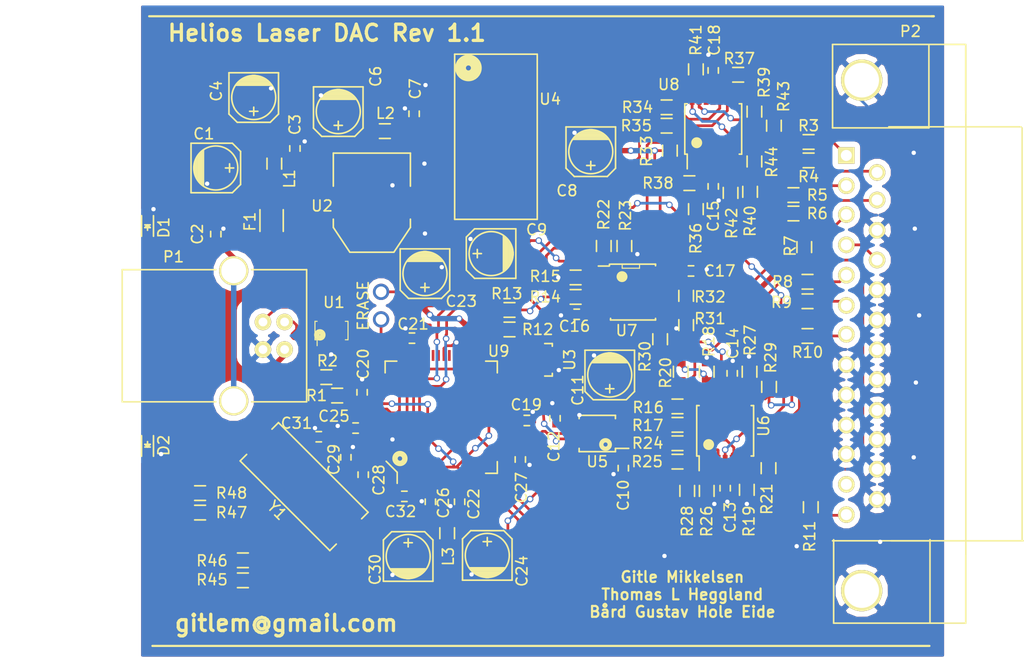
<source format=kicad_pcb>
(kicad_pcb (version 4) (host pcbnew 4.0.7)
  (layers (0 F.Cu signal) (31 B.Cu signal) (34 B.Paste user) (35 F.Paste user) (36 B.SilkS user) (37 F.SilkS user) (38 B.Mask user) (39 F.Mask user) (44 Edge.Cuts user))
  (net 0 "")
  (net 1 "Net-(C1-Pad1)")
  (net 2 GND)
  (net 3 "Net-(C2-Pad1)")
  (net 4 "Net-(C7-Pad1)")
  (net 5 /Microcontroller/VDDOUT)
  (net 6 /Microcontroller/VDDPLL)
  (net 7 /Microcontroller/XIN)
  (net 8 /Microcontroller/XOUT)
  (net 9 "Net-(D1-Pad2)")
  (net 10 "Net-(D2-Pad2)")
  (net 11 "Net-(F1-Pad1)")
  (net 12 /D-)
  (net 13 /D+)
  (net 14 "Net-(P2-Pad1)")
  (net 15 "Net-(P2-Pad2)")
  (net 16 "Net-(P2-Pad3)")
  (net 17 /Interlock)
  (net 18 "Net-(P2-Pad5)")
  (net 19 "Net-(P2-Pad6)")
  (net 20 "Net-(P2-Pad7)")
  (net 21 "Net-(P2-Pad13)")
  (net 22 "Net-(P2-Pad14)")
  (net 23 "Net-(P2-Pad15)")
  (net 24 /Microcontroller/ERASE)
  (net 25 /Microcontroller/D+)
  (net 26 /Microcontroller/D-)
  (net 27 "Net-(R14-Pad2)")
  (net 28 "Net-(R16-Pad1)")
  (net 29 "Net-(R17-Pad1)")
  (net 30 "Net-(R22-Pad1)")
  (net 31 /Amplifiers/Offset)
  (net 32 "Net-(R24-Pad1)")
  (net 33 "Net-(R25-Pad1)")
  (net 34 "Net-(R30-Pad1)")
  (net 35 "Net-(R31-Pad2)")
  (net 36 "Net-(R33-Pad1)")
  (net 37 "Net-(R34-Pad1)")
  (net 38 "Net-(R35-Pad1)")
  (net 39 "Net-(R36-Pad1)")
  (net 40 "Net-(R39-Pad1)")
  (net 41 "Net-(R40-Pad1)")
  (net 42 "Net-(R41-Pad1)")
  (net 43 "Net-(R42-Pad1)")
  (net 44 /Microcontroller/PA23)
  (net 45 /Microcontroller/PA22)
  (net 46 "Net-(R18-Pad1)")
  (net 47 "Net-(R19-Pad1)")
  (net 48 "Net-(R26-Pad1)")
  (net 49 "Net-(R27-Pad1)")
  (net 50 /VCC)
  (net 51 /+9V)
  (net 52 /-9V)
  (net 53 /3.3V)
  (net 54 /2.5V)
  (net 55 /+X)
  (net 56 /-X)
  (net 57 /+Y)
  (net 58 /-Y)
  (net 59 /+Int)
  (net 60 /+R)
  (net 61 /+G)
  (net 62 /+B)
  (net 63 /Shutter_Out)
  (net 64 /R)
  (net 65 /B)
  (net 66 /G)
  (net 67 /Int)
  (net 68 /Shutter)
  (net 69 /X)
  (net 70 /Y)
  (net 71 /MOSI)
  (net 72 /!SYNC)
  (net 73 /SCLK)
  (module Fiducials:Fiducial_1mm_Dia_2.54mm_Outer_CopperTop (layer F.Cu) (at 104.35 108.45)
    (fp_text reference REF** hide)
    (fp_text value Fiducial_1mm_Dia_2.54mm_Outer_CopperTop)
    (pad ~ smd circle (at 0 0) (size 1 1) (layers F.Cu F.Mask) (clearance 0.77))
  )
  (module Fiducials:Fiducial_1mm_Dia_2.54mm_Outer_CopperTop (layer F.Cu) (at 142.25 106.05)
    (fp_text reference REF** hide)
    (fp_text value Fiducial_1mm_Dia_2.54mm_Outer_CopperTop)
    (pad ~ smd circle (at 0 0) (size 1 1) (layers F.Cu F.Mask) (clearance 0.77))
  )
  (module Connect:PINHEAD1-2 (layer F.Cu) (at 122.65 128.2 90)
    (fp_text reference ERASE (at 0 -1.65 270) (layer F.SilkS))
    (fp_text value CONN_01X02)
    (pad 1 thru_hole circle (at -1.27 0 90) (size 1.50622 1.50622) (drill 0.99822) (layers *.Cu *.Mask) (net 24 /Microcontroller/ERASE))
    (pad 2 thru_hole circle (at 1.27 0 90) (size 1.50622 1.50622) (drill 0.99822) (layers *.Cu *.Mask))
  )
  (module Resistors_SMD:R_0603 (layer F.Cu) (at 150.8 127.3 270)
    (fp_text reference R32 (at 0.1 -2.2 540) (layer F.SilkS))
    (fp_text value 5.11k)
    (pad 1 smd rect (at -0.75 0 270) (size 0.5 0.9) (layers F.Cu F.Paste F.Mask) (net 63 /Shutter_Out))
    (pad 2 smd rect (at 0.75 0 270) (size 0.5 0.9) (layers F.Cu F.Paste F.Mask) (net 35 "Net-(R31-Pad2)"))
  )
  (module TO_SOT_Packages_SMD:SOT-223 (layer F.Cu) (at 121.8 118.7 180)
    (fp_text reference U2 (at 4.6 -0.3 180) (layer F.SilkS))
    (fp_text value AP2114)
    (pad 2 smd rect (at 0 -3.302 180) (size 3.6576 2.032) (layers F.Cu F.Paste F.Mask) (net 53 /3.3V))
    (pad 2 smd rect (at 0 3.302 180) (size 1.016 2.032) (layers F.Cu F.Paste F.Mask) (net 53 /3.3V))
    (pad 3 smd rect (at 2.286 3.302 180) (size 1.016 2.032) (layers F.Cu F.Paste F.Mask) (net 50 /VCC))
    (pad 1 smd rect (at -2.286 3.302 180) (size 1.016 2.032) (layers F.Cu F.Paste F.Mask) (net 2 GND))
  )
  (module Capacitors_SMD:C_0402 (layer F.Cu) (at 107.4 121.6 90)
    (fp_text reference C2 (at 0 -1.7 90) (layer F.SilkS))
    (fp_text value 100nF)
    (pad 1 smd rect (at -0.55 0 90) (size 0.6 0.5) (layers F.Cu F.Paste F.Mask) (net 3 "Net-(C2-Pad1)"))
    (pad 2 smd rect (at 0.55 0 90) (size 0.6 0.5) (layers F.Cu F.Paste F.Mask) (net 2 GND))
  )
  (module Capacitors_SMD:C_0402 (layer F.Cu) (at 114.7 113.7 90)
    (fp_text reference C3 (at 2.2 0 90) (layer F.SilkS))
    (fp_text value 100nF)
    (pad 1 smd rect (at -0.55 0 90) (size 0.6 0.5) (layers F.Cu F.Paste F.Mask) (net 50 /VCC))
    (pad 2 smd rect (at 0.55 0 90) (size 0.6 0.5) (layers F.Cu F.Paste F.Mask) (net 2 GND))
  )
  (module Capacitors_SMD:C_0402 (layer F.Cu) (at 125.7 110.5 90)
    (fp_text reference C7 (at 2.3 0.1 90) (layer F.SilkS))
    (fp_text value 100nF)
    (pad 1 smd rect (at -0.55 0 90) (size 0.6 0.5) (layers F.Cu F.Paste F.Mask) (net 4 "Net-(C7-Pad1)"))
    (pad 2 smd rect (at 0.55 0 90) (size 0.6 0.5) (layers F.Cu F.Paste F.Mask) (net 2 GND))
  )
  (module Capacitors_SMD:C_0402 (layer F.Cu) (at 145 143.2 270)
    (fp_text reference C10 (at 2.5 0 270) (layer F.SilkS))
    (fp_text value 100nF)
    (pad 1 smd rect (at -0.55 0 270) (size 0.6 0.5) (layers F.Cu F.Paste F.Mask) (net 53 /3.3V))
    (pad 2 smd rect (at 0.55 0 270) (size 0.6 0.5) (layers F.Cu F.Paste F.Mask) (net 2 GND))
  )
  (module Capacitors_SMD:C_0402 (layer F.Cu) (at 138.7 138.6 270)
    (fp_text reference C12 (at 2.6 0.1 270) (layer F.SilkS))
    (fp_text value 13pF)
    (pad 1 smd rect (at -0.55 0 270) (size 0.6 0.5) (layers F.Cu F.Paste F.Mask) (net 2 GND))
    (pad 2 smd rect (at 0.55 0 270) (size 0.6 0.5) (layers F.Cu F.Paste F.Mask) (net 54 /2.5V))
  )
  (module Capacitors_SMD:C_0402 (layer F.Cu) (at 154.4 145.05 90)
    (fp_text reference C13 (at -2.7 0.45 90) (layer F.SilkS))
    (fp_text value 100nF)
    (pad 1 smd rect (at -0.55 0 90) (size 0.6 0.5) (layers F.Cu F.Paste F.Mask) (net 2 GND))
    (pad 2 smd rect (at 0.55 0 90) (size 0.6 0.5) (layers F.Cu F.Paste F.Mask) (net 51 /+9V))
  )
  (module Capacitors_SMD:C_0402 (layer F.Cu) (at 155.05 134.45 270)
    (fp_text reference C14 (at -2.75 -0.05 270) (layer F.SilkS))
    (fp_text value 100nF)
    (pad 1 smd rect (at -0.55 0 270) (size 0.6 0.5) (layers F.Cu F.Paste F.Mask) (net 2 GND))
    (pad 2 smd rect (at 0.55 0 270) (size 0.6 0.5) (layers F.Cu F.Paste F.Mask) (net 52 /-9V))
  )
  (module Capacitors_SMD:C_0402 (layer F.Cu) (at 153.3 117.2 90)
    (fp_text reference C15 (at -2.75 0 90) (layer F.SilkS))
    (fp_text value 100nF)
    (pad 1 smd rect (at -0.55 0 90) (size 0.6 0.5) (layers F.Cu F.Paste F.Mask) (net 2 GND))
    (pad 2 smd rect (at 0.55 0 90) (size 0.6 0.5) (layers F.Cu F.Paste F.Mask) (net 51 /+9V))
  )
  (module Capacitors_SMD:C_0402 (layer F.Cu) (at 140.7 129)
    (fp_text reference C16 (at -0.2 1.1) (layer F.SilkS))
    (fp_text value 100nF)
    (pad 1 smd rect (at -0.55 0) (size 0.6 0.5) (layers F.Cu F.Paste F.Mask) (net 2 GND))
    (pad 2 smd rect (at 0.55 0) (size 0.6 0.5) (layers F.Cu F.Paste F.Mask) (net 52 /-9V))
  )
  (module Capacitors_SMD:C_0402 (layer F.Cu) (at 151.25 125 180)
    (fp_text reference C17 (at -2.65 0 180) (layer F.SilkS))
    (fp_text value 100nF)
    (pad 1 smd rect (at -0.55 0 180) (size 0.6 0.5) (layers F.Cu F.Paste F.Mask) (net 2 GND))
    (pad 2 smd rect (at 0.55 0 180) (size 0.6 0.5) (layers F.Cu F.Paste F.Mask) (net 51 /+9V))
  )
  (module Capacitors_SMD:C_0402 (layer F.Cu) (at 153.3 106.5 270)
    (fp_text reference C18 (at -2.8 -0.1 270) (layer F.SilkS))
    (fp_text value 100nF)
    (pad 1 smd rect (at -0.55 0 270) (size 0.6 0.5) (layers F.Cu F.Paste F.Mask) (net 2 GND))
    (pad 2 smd rect (at 0.55 0 270) (size 0.6 0.5) (layers F.Cu F.Paste F.Mask) (net 52 /-9V))
  )
  (module Capacitors_SMD:C_0402 (layer F.Cu) (at 136.1 138.8)
    (fp_text reference C19 (at -0.05 -1.45) (layer F.SilkS))
    (fp_text value 100nF)
    (pad 1 smd rect (at -0.55 0) (size 0.6 0.5) (layers F.Cu F.Paste F.Mask) (net 5 /Microcontroller/VDDOUT))
    (pad 2 smd rect (at 0.55 0) (size 0.6 0.5) (layers F.Cu F.Paste F.Mask) (net 2 GND))
  )
  (module Capacitors_SMD:C_0402 (layer F.Cu) (at 120.9 136.2 90)
    (fp_text reference C20 (at 2.6 0.1 90) (layer F.SilkS))
    (fp_text value 100nF)
    (pad 1 smd rect (at -0.55 0 90) (size 0.6 0.5) (layers F.Cu F.Paste F.Mask) (net 5 /Microcontroller/VDDOUT))
    (pad 2 smd rect (at 0.55 0 90) (size 0.6 0.5) (layers F.Cu F.Paste F.Mask) (net 2 GND))
  )
  (module Capacitors_SMD:C_0402 (layer F.Cu) (at 125.5 131.2 180)
    (fp_text reference C21 (at -0.1 1.3 180) (layer F.SilkS))
    (fp_text value 100nF)
    (pad 1 smd rect (at -0.55 0 180) (size 0.6 0.5) (layers F.Cu F.Paste F.Mask) (net 53 /3.3V))
    (pad 2 smd rect (at 0.55 0 180) (size 0.6 0.5) (layers F.Cu F.Paste F.Mask) (net 2 GND))
  )
  (module Capacitors_SMD:C_0402 (layer F.Cu) (at 129.9 146.3 270)
    (fp_text reference C22 (at 0.2 -1.3 270) (layer F.SilkS))
    (fp_text value 100nF)
    (pad 1 smd rect (at -0.55 0 270) (size 0.6 0.5) (layers F.Cu F.Paste F.Mask) (net 5 /Microcontroller/VDDOUT))
    (pad 2 smd rect (at 0.55 0 270) (size 0.6 0.5) (layers F.Cu F.Paste F.Mask) (net 2 GND))
  )
  (module Capacitors_SMD:C_0402 (layer F.Cu) (at 120.3 139.5 180)
    (fp_text reference C25 (at 2 1.1 180) (layer F.SilkS))
    (fp_text value 100nF)
    (pad 1 smd rect (at -0.55 0 180) (size 0.6 0.5) (layers F.Cu F.Paste F.Mask) (net 53 /3.3V))
    (pad 2 smd rect (at 0.55 0 180) (size 0.6 0.5) (layers F.Cu F.Paste F.Mask) (net 2 GND))
  )
  (module Capacitors_SMD:C_0402 (layer F.Cu) (at 127.2 146.3 270)
    (fp_text reference C26 (at 0.1 -1.2 270) (layer F.SilkS))
    (fp_text value 100nF)
    (pad 1 smd rect (at -0.55 0 270) (size 0.6 0.5) (layers F.Cu F.Paste F.Mask) (net 53 /3.3V))
    (pad 2 smd rect (at 0.55 0 270) (size 0.6 0.5) (layers F.Cu F.Paste F.Mask) (net 2 GND))
  )
  (module Capacitors_SMD:C_0402 (layer F.Cu) (at 135.5 142.4 270)
    (fp_text reference C27 (at 2.6 -0.1 270) (layer F.SilkS))
    (fp_text value 100nF)
    (pad 1 smd rect (at -0.55 0 270) (size 0.6 0.5) (layers F.Cu F.Paste F.Mask) (net 53 /3.3V))
    (pad 2 smd rect (at 0.55 0 270) (size 0.6 0.5) (layers F.Cu F.Paste F.Mask) (net 2 GND))
  )
  (module Capacitors_SMD:C_0402 (layer F.Cu) (at 121 143.8 270)
    (fp_text reference C28 (at 0.5 -1.45 270) (layer F.SilkS))
    (fp_text value 100nF)
    (pad 1 smd rect (at -0.55 0 270) (size 0.6 0.5) (layers F.Cu F.Paste F.Mask) (net 6 /Microcontroller/VDDPLL))
    (pad 2 smd rect (at 0.55 0 270) (size 0.6 0.5) (layers F.Cu F.Paste F.Mask) (net 2 GND))
  )
  (module Capacitors_SMD:C_0402 (layer F.Cu) (at 119.4 142.2 90)
    (fp_text reference C29 (at -0.2 -1.1 90) (layer F.SilkS))
    (fp_text value 13pF)
    (pad 1 smd rect (at -0.55 0 90) (size 0.6 0.5) (layers F.Cu F.Paste F.Mask) (net 7 /Microcontroller/XIN))
    (pad 2 smd rect (at 0.55 0 90) (size 0.6 0.5) (layers F.Cu F.Paste F.Mask) (net 2 GND))
  )
  (module Capacitors_SMD:C_0402 (layer F.Cu) (at 116.9 140.3 180)
    (fp_text reference C31 (at 2.05 1.25 180) (layer F.SilkS))
    (fp_text value 13pF)
    (pad 1 smd rect (at -0.55 0 180) (size 0.6 0.5) (layers F.Cu F.Paste F.Mask) (net 8 /Microcontroller/XOUT))
    (pad 2 smd rect (at 0.55 0 180) (size 0.6 0.5) (layers F.Cu F.Paste F.Mask) (net 2 GND))
  )
  (module Capacitors_SMD:C_0402 (layer F.Cu) (at 124.8 145.8)
    (fp_text reference C32 (at -0.35 1.4) (layer F.SilkS))
    (fp_text value 13pF)
    (pad 1 smd rect (at -0.55 0) (size 0.6 0.5) (layers F.Cu F.Paste F.Mask) (net 54 /2.5V))
    (pad 2 smd rect (at 0.55 0) (size 0.6 0.5) (layers F.Cu F.Paste F.Mask) (net 2 GND))
  )
  (module LEDs:LED_0603 (layer F.Cu) (at 101.1 121 270)
    (fp_text reference D1 (at 0 -1.5 270) (layer F.SilkS))
    (fp_text value Led_Small)
    (pad 2 smd rect (at 0.7493 0 90) (size 0.79756 0.79756) (layers F.Cu F.Paste F.Mask) (net 9 "Net-(D1-Pad2)"))
    (pad 1 smd rect (at -0.7493 0 90) (size 0.79756 0.79756) (layers F.Cu F.Paste F.Mask) (net 2 GND))
  )
  (module LEDs:LED_0603 (layer F.Cu) (at 101.1 141 90)
    (fp_text reference D2 (at -0.1 1.5 90) (layer F.SilkS))
    (fp_text value Led_Small)
    (pad 2 smd rect (at 0.7493 0 270) (size 0.79756 0.79756) (layers F.Cu F.Paste F.Mask) (net 10 "Net-(D2-Pad2)"))
    (pad 1 smd rect (at -0.7493 0 270) (size 0.79756 0.79756) (layers F.Cu F.Paste F.Mask) (net 2 GND))
  )
  (module Resistors_SMD:R_1206 (layer F.Cu) (at 112.55 120.35 90)
    (fp_text reference F1 (at -0.1 -2 90) (layer F.SilkS))
    (fp_text value F_Small)
    (pad 1 smd rect (at -1.45 0 90) (size 0.9 1.7) (layers F.Cu F.Paste F.Mask) (net 11 "Net-(F1-Pad1)"))
    (pad 2 smd rect (at 1.45 0 90) (size 0.9 1.7) (layers F.Cu F.Paste F.Mask) (net 1 "Net-(C1-Pad1)"))
  )
  (module Resistors_SMD:R_0603 (layer F.Cu) (at 112.8 115.1 90)
    (fp_text reference L1 (at -1.4 1.4 90) (layer F.SilkS))
    (fp_text value FILTER)
    (pad 1 smd rect (at -0.75 0 90) (size 0.5 0.9) (layers F.Cu F.Paste F.Mask) (net 1 "Net-(C1-Pad1)"))
    (pad 2 smd rect (at 0.75 0 90) (size 0.5 0.9) (layers F.Cu F.Paste F.Mask) (net 50 /VCC))
  )
  (module Resistors_SMD:R_0603 (layer F.Cu) (at 123 112.1)
    (fp_text reference L2 (at 0.05 -1.65) (layer F.SilkS))
    (fp_text value FILTER)
    (pad 1 smd rect (at -0.75 0) (size 0.5 0.9) (layers F.Cu F.Paste F.Mask) (net 50 /VCC))
    (pad 2 smd rect (at 0.75 0) (size 0.5 0.9) (layers F.Cu F.Paste F.Mask) (net 4 "Net-(C7-Pad1)"))
  )
  (module Resistors_SMD:R_0603 (layer F.Cu) (at 128.75 149.2 270)
    (fp_text reference L3 (at 2.15 -0.1 270) (layer F.SilkS))
    (fp_text value FILTER)
    (pad 1 smd rect (at -0.75 0 270) (size 0.5 0.9) (layers F.Cu F.Paste F.Mask) (net 5 /Microcontroller/VDDOUT))
    (pad 2 smd rect (at 0.75 0 270) (size 0.5 0.9) (layers F.Cu F.Paste F.Mask) (net 6 /Microcontroller/VDDPLL))
  )
  (module Connect:USB_B (layer F.Cu) (at 113.75 132.25 180)
    (fp_text reference P1 (at 10.25 8.55 180) (layer F.SilkS))
    (fp_text value USB_B)
    (pad 2 thru_hole circle (at 0 2.54 90) (size 1.524 1.524) (drill 0.8128) (layers *.Cu *.Mask F.SilkS) (net 12 /D-))
    (pad 1 thru_hole circle (at 0 0 90) (size 1.524 1.524) (drill 0.8128) (layers *.Cu *.Mask F.SilkS) (net 11 "Net-(F1-Pad1)"))
    (pad 4 thru_hole circle (at 1.99898 0 90) (size 1.524 1.524) (drill 0.8128) (layers *.Cu *.Mask F.SilkS) (net 2 GND))
    (pad 3 thru_hole circle (at 1.99898 2.54 90) (size 1.524 1.524) (drill 0.8128) (layers *.Cu *.Mask F.SilkS) (net 13 /D+))
    (pad 5 thru_hole circle (at 4.699 7.26948 90) (size 2.70002 2.70002) (drill 2.30124) (layers *.Cu *.Mask F.SilkS) (net 3 "Net-(C2-Pad1)"))
    (pad 5 thru_hole circle (at 4.699 -4.72948 90) (size 2.70002 2.70002) (drill 2.30124) (layers *.Cu *.Mask F.SilkS) (net 3 "Net-(C2-Pad1)"))
  )
  (module personal:DB25 (layer F.Cu) (at 167 154.5 90)
    (fp_text reference P2 (at 51.6 4.5 360) (layer F.SilkS))
    (fp_text value CONN_01X25-SHIELD)
    (pad 26 thru_hole circle (at 0 0 270) (size 3.81 3.81) (drill 3.19) (layers *.Cu *.Mask F.SilkS) (net 2 GND))
    (pad 26 thru_hole circle (at 47.1 0 270) (size 3.81 3.81) (drill 3.19) (layers *.Cu *.Mask F.SilkS) (net 2 GND))
    (pad 1 thru_hole rect (at 40.16 -1.42 270) (size 1.524 1.524) (drill 1.016) (layers *.Cu *.Mask F.SilkS) (net 14 "Net-(P2-Pad1)"))
    (pad 2 thru_hole circle (at 37.366 -1.42 270) (size 1.524 1.524) (drill 1.016) (layers *.Cu *.Mask F.SilkS) (net 15 "Net-(P2-Pad2)"))
    (pad 3 thru_hole circle (at 34.699 -1.42 270) (size 1.524 1.524) (drill 1.016) (layers *.Cu *.Mask F.SilkS) (net 16 "Net-(P2-Pad3)"))
    (pad 4 thru_hole circle (at 31.905 -1.42 270) (size 1.524 1.524) (drill 1.016) (layers *.Cu *.Mask F.SilkS) (net 17 /Interlock))
    (pad 5 thru_hole circle (at 29.111 -1.42 270) (size 1.524 1.524) (drill 1.016) (layers *.Cu *.Mask F.SilkS) (net 18 "Net-(P2-Pad5)"))
    (pad 6 thru_hole circle (at 26.317 -1.42 270) (size 1.524 1.524) (drill 1.016) (layers *.Cu *.Mask F.SilkS) (net 19 "Net-(P2-Pad6)"))
    (pad 7 thru_hole circle (at 23.65 -1.42 270) (size 1.524 1.524) (drill 1.016) (layers *.Cu *.Mask F.SilkS) (net 20 "Net-(P2-Pad7)"))
    (pad 8 thru_hole circle (at 20.856 -1.42 270) (size 1.524 1.524) (drill 1.016) (layers *.Cu *.Mask F.SilkS) (net 2 GND))
    (pad 9 thru_hole circle (at 18.062 -1.42 270) (size 1.524 1.524) (drill 1.016) (layers *.Cu *.Mask F.SilkS) (net 2 GND))
    (pad 10 thru_hole circle (at 15.268 -1.42 270) (size 1.524 1.524) (drill 1.016) (layers *.Cu *.Mask F.SilkS) (net 2 GND))
    (pad 11 thru_hole circle (at 12.601 -1.42 270) (size 1.524 1.524) (drill 1.016) (layers *.Cu *.Mask F.SilkS) (net 2 GND))
    (pad 12 thru_hole circle (at 9.807 -1.42 270) (size 1.524 1.524) (drill 1.016) (layers *.Cu *.Mask F.SilkS))
    (pad 13 thru_hole circle (at 7.013 -1.42 270) (size 1.524 1.524) (drill 1.016) (layers *.Cu *.Mask F.SilkS) (net 21 "Net-(P2-Pad13)"))
    (pad 14 thru_hole circle (at 38.5852 1.42 270) (size 1.524 1.524) (drill 1.016) (layers *.Cu *.Mask F.SilkS) (net 22 "Net-(P2-Pad14)"))
    (pad 15 thru_hole circle (at 36.0452 1.42 270) (size 1.524 1.524) (drill 1.016) (layers *.Cu *.Mask F.SilkS) (net 23 "Net-(P2-Pad15)"))
    (pad 16 thru_hole circle (at 33.2512 1.42 270) (size 1.524 1.524) (drill 1.016) (layers *.Cu *.Mask F.SilkS) (net 2 GND))
    (pad 17 thru_hole circle (at 30.508 1.42 270) (size 1.524 1.524) (drill 1.016) (layers *.Cu *.Mask F.SilkS) (net 17 /Interlock))
    (pad 18 thru_hole circle (at 27.7648 1.42 270) (size 1.524 1.524) (drill 1.016) (layers *.Cu *.Mask F.SilkS) (net 2 GND))
    (pad 19 thru_hole circle (at 24.9708 1.42 270) (size 1.524 1.524) (drill 1.016) (layers *.Cu *.Mask F.SilkS) (net 2 GND))
    (pad 20 thru_hole circle (at 22.2276 1.42 270) (size 1.524 1.524) (drill 1.016) (layers *.Cu *.Mask F.SilkS) (net 2 GND))
    (pad 21 thru_hole circle (at 19.4844 1.42 270) (size 1.524 1.524) (drill 1.016) (layers *.Cu *.Mask F.SilkS) (net 2 GND))
    (pad 22 thru_hole circle (at 16.6396 1.42 270) (size 1.524 1.524) (drill 1.016) (layers *.Cu *.Mask F.SilkS) (net 2 GND))
    (pad 23 thru_hole circle (at 13.9472 1.42 270) (size 1.524 1.524) (drill 1.016) (layers *.Cu *.Mask F.SilkS) (net 2 GND))
    (pad 24 thru_hole circle (at 11.204 1.42 270) (size 1.524 1.524) (drill 1.016) (layers *.Cu *.Mask F.SilkS) (net 2 GND))
    (pad 25 thru_hole circle (at 8.41 1.42 270) (size 1.524 1.524) (drill 1.016) (layers *.Cu *.Mask F.SilkS) (net 2 GND))
  )
  (module Resistors_SMD:R_0603 (layer F.Cu) (at 118.6 136.5)
    (fp_text reference R1 (at -1.9 0) (layer F.SilkS))
    (fp_text value 27)
    (pad 1 smd rect (at -0.75 0) (size 0.5 0.9) (layers F.Cu F.Paste F.Mask) (net 25 /Microcontroller/D+))
    (pad 2 smd rect (at 0.75 0) (size 0.5 0.9) (layers F.Cu F.Paste F.Mask) (net 13 /D+))
  )
  (module Resistors_SMD:R_0603 (layer F.Cu) (at 117.6 134.8 180)
    (fp_text reference R2 (at -0.1 1.5 180) (layer F.SilkS))
    (fp_text value 27)
    (pad 1 smd rect (at -0.75 0 180) (size 0.5 0.9) (layers F.Cu F.Paste F.Mask) (net 26 /Microcontroller/D-))
    (pad 2 smd rect (at 0.75 0 180) (size 0.5 0.9) (layers F.Cu F.Paste F.Mask) (net 12 /D-))
  )
  (module Resistors_SMD:R_0603 (layer F.Cu) (at 162.1 113.1 180)
    (fp_text reference R3 (at 0 1.5 180) (layer F.SilkS))
    (fp_text value 150)
    (pad 1 smd rect (at -0.75 0 180) (size 0.5 0.9) (layers F.Cu F.Paste F.Mask) (net 14 "Net-(P2-Pad1)"))
    (pad 2 smd rect (at 0.75 0 180) (size 0.5 0.9) (layers F.Cu F.Paste F.Mask) (net 55 /+X))
  )
  (module Resistors_SMD:R_0603 (layer F.Cu) (at 162.1 114.8 180)
    (fp_text reference R4 (at 0 -1.5 180) (layer F.SilkS))
    (fp_text value 150)
    (pad 1 smd rect (at -0.75 0 180) (size 0.5 0.9) (layers F.Cu F.Paste F.Mask) (net 22 "Net-(P2-Pad14)"))
    (pad 2 smd rect (at 0.75 0 180) (size 0.5 0.9) (layers F.Cu F.Paste F.Mask) (net 56 /-X))
  )
  (module Resistors_SMD:R_0603 (layer F.Cu) (at 160.7 118 180)
    (fp_text reference R5 (at -2.2 0 180) (layer F.SilkS))
    (fp_text value 150)
    (pad 1 smd rect (at -0.75 0 180) (size 0.5 0.9) (layers F.Cu F.Paste F.Mask) (net 15 "Net-(P2-Pad2)"))
    (pad 2 smd rect (at 0.75 0 180) (size 0.5 0.9) (layers F.Cu F.Paste F.Mask) (net 57 /+Y))
  )
  (module Resistors_SMD:R_0603 (layer F.Cu) (at 160.7 119.7 180)
    (fp_text reference R6 (at -2.2 0 180) (layer F.SilkS))
    (fp_text value 150)
    (pad 1 smd rect (at -0.75 0 180) (size 0.5 0.9) (layers F.Cu F.Paste F.Mask) (net 23 "Net-(P2-Pad15)"))
    (pad 2 smd rect (at 0.75 0 180) (size 0.5 0.9) (layers F.Cu F.Paste F.Mask) (net 58 /-Y))
  )
  (module Resistors_SMD:R_0603 (layer F.Cu) (at 161.7 122.8 270)
    (fp_text reference R7 (at -0.1 1.3 270) (layer F.SilkS))
    (fp_text value 150)
    (pad 1 smd rect (at -0.75 0 270) (size 0.5 0.9) (layers F.Cu F.Paste F.Mask) (net 16 "Net-(P2-Pad3)"))
    (pad 2 smd rect (at 0.75 0 270) (size 0.5 0.9) (layers F.Cu F.Paste F.Mask) (net 59 /+Int))
  )
  (module Resistors_SMD:R_0603 (layer F.Cu) (at 162 126 180)
    (fp_text reference R8 (at 2.3 0 180) (layer F.SilkS))
    (fp_text value 150)
    (pad 1 smd rect (at -0.75 0 180) (size 0.5 0.9) (layers F.Cu F.Paste F.Mask) (net 18 "Net-(P2-Pad5)"))
    (pad 2 smd rect (at 0.75 0 180) (size 0.5 0.9) (layers F.Cu F.Paste F.Mask) (net 60 /+R))
  )
  (module Resistors_SMD:R_0603 (layer F.Cu) (at 162 127.8 180)
    (fp_text reference R9 (at 2.4 -0.1 180) (layer F.SilkS))
    (fp_text value 150)
    (pad 1 smd rect (at -0.75 0 180) (size 0.5 0.9) (layers F.Cu F.Paste F.Mask) (net 19 "Net-(P2-Pad6)"))
    (pad 2 smd rect (at 0.75 0 180) (size 0.5 0.9) (layers F.Cu F.Paste F.Mask) (net 61 /+G))
  )
  (module Resistors_SMD:R_0603 (layer F.Cu) (at 162 131 180)
    (fp_text reference R10 (at 0 -1.5 180) (layer F.SilkS))
    (fp_text value 150)
    (pad 1 smd rect (at -0.75 0 180) (size 0.5 0.9) (layers F.Cu F.Paste F.Mask) (net 20 "Net-(P2-Pad7)"))
    (pad 2 smd rect (at 0.75 0 180) (size 0.5 0.9) (layers F.Cu F.Paste F.Mask) (net 62 /+B))
  )
  (module Resistors_SMD:R_0603 (layer F.Cu) (at 162.3 146.8 90)
    (fp_text reference R11 (at -2.7 -0.1 90) (layer F.SilkS))
    (fp_text value 150)
    (pad 1 smd rect (at -0.75 0 90) (size 0.5 0.9) (layers F.Cu F.Paste F.Mask) (net 21 "Net-(P2-Pad13)"))
    (pad 2 smd rect (at 0.75 0 90) (size 0.5 0.9) (layers F.Cu F.Paste F.Mask) (net 63 /Shutter_Out))
  )
  (module Resistors_SMD:R_0603 (layer F.Cu) (at 134.5 130.4)
    (fp_text reference R12 (at 2.6 0) (layer F.SilkS))
    (fp_text value 150)
    (pad 1 smd rect (at -0.75 0) (size 0.5 0.9) (layers F.Cu F.Paste F.Mask) (net 53 /3.3V))
    (pad 2 smd rect (at 0.75 0) (size 0.5 0.9) (layers F.Cu F.Paste F.Mask) (net 54 /2.5V))
  )
  (module Resistors_SMD:R_0603 (layer F.Cu) (at 134.5 128.6)
    (fp_text reference R13 (at -0.25 -1.5) (layer F.SilkS))
    (fp_text value 150)
    (pad 1 smd rect (at -0.75 0) (size 0.5 0.9) (layers F.Cu F.Paste F.Mask) (net 53 /3.3V))
    (pad 2 smd rect (at 0.75 0) (size 0.5 0.9) (layers F.Cu F.Paste F.Mask) (net 54 /2.5V))
  )
  (module Resistors_SMD:R_0603 (layer F.Cu) (at 140.6 127.4)
    (fp_text reference R14 (at -2.8 0) (layer F.SilkS))
    (fp_text value 10k)
    (pad 1 smd rect (at -0.75 0) (size 0.5 0.9) (layers F.Cu F.Paste F.Mask) (net 54 /2.5V))
    (pad 2 smd rect (at 0.75 0) (size 0.5 0.9) (layers F.Cu F.Paste F.Mask) (net 27 "Net-(R14-Pad2)"))
  )
  (module Resistors_SMD:R_0603 (layer F.Cu) (at 140.6 125.6 180)
    (fp_text reference R15 (at 2.8 0.1 180) (layer F.SilkS))
    (fp_text value 10k)
    (pad 1 smd rect (at -0.75 0 180) (size 0.5 0.9) (layers F.Cu F.Paste F.Mask) (net 27 "Net-(R14-Pad2)"))
    (pad 2 smd rect (at 0.75 0 180) (size 0.5 0.9) (layers F.Cu F.Paste F.Mask) (net 2 GND))
  )
  (module Resistors_SMD:R_0603 (layer F.Cu) (at 150 137.5 180)
    (fp_text reference R16 (at 2.7 -0.1 180) (layer F.SilkS))
    (fp_text value 5.11k)
    (pad 1 smd rect (at -0.75 0 180) (size 0.5 0.9) (layers F.Cu F.Paste F.Mask) (net 28 "Net-(R16-Pad1)"))
    (pad 2 smd rect (at 0.75 0 180) (size 0.5 0.9) (layers F.Cu F.Paste F.Mask) (net 64 /R))
  )
  (module Resistors_SMD:R_0603 (layer F.Cu) (at 150 140.9 180)
    (fp_text reference R17 (at 2.75 1.65 360) (layer F.SilkS))
    (fp_text value 5.11k)
    (pad 1 smd rect (at -0.75 0 180) (size 0.5 0.9) (layers F.Cu F.Paste F.Mask) (net 29 "Net-(R17-Pad1)"))
    (pad 2 smd rect (at 0.75 0 180) (size 0.5 0.9) (layers F.Cu F.Paste F.Mask) (net 65 /B))
  )
  (module Resistors_SMD:R_0603 (layer F.Cu) (at 152.7 134.3 90)
    (fp_text reference R18 (at 2.8 0.2 90) (layer F.SilkS))
    (fp_text value 10k)
    (pad 1 smd rect (at -0.75 0 90) (size 0.5 0.9) (layers F.Cu F.Paste F.Mask) (net 46 "Net-(R18-Pad1)"))
    (pad 2 smd rect (at 0.75 0 90) (size 0.5 0.9) (layers F.Cu F.Paste F.Mask) (net 2 GND))
  )
  (module Resistors_SMD:R_0603 (layer F.Cu) (at 156.4 145.2 270)
    (fp_text reference R19 (at 2.9 -0.2 270) (layer F.SilkS))
    (fp_text value 10k)
    (pad 1 smd rect (at -0.75 0 270) (size 0.5 0.9) (layers F.Cu F.Paste F.Mask) (net 47 "Net-(R19-Pad1)"))
    (pad 2 smd rect (at 0.75 0 270) (size 0.5 0.9) (layers F.Cu F.Paste F.Mask) (net 2 GND))
  )
  (module Resistors_SMD:R_0603 (layer F.Cu) (at 150.3 134.3 90)
    (fp_text reference R20 (at -0.1 -1.4 90) (layer F.SilkS))
    (fp_text value 10k)
    (pad 1 smd rect (at -0.75 0 90) (size 0.5 0.9) (layers F.Cu F.Paste F.Mask) (net 60 /+R))
    (pad 2 smd rect (at 0.75 0 90) (size 0.5 0.9) (layers F.Cu F.Paste F.Mask) (net 46 "Net-(R18-Pad1)"))
  )
  (module Resistors_SMD:R_0603 (layer F.Cu) (at 158.4 143.2 270)
    (fp_text reference R21 (at 2.85 0.15 270) (layer F.SilkS))
    (fp_text value 10k)
    (pad 1 smd rect (at -0.75 0 270) (size 0.5 0.9) (layers F.Cu F.Paste F.Mask) (net 62 /+B))
    (pad 2 smd rect (at 0.75 0 270) (size 0.5 0.9) (layers F.Cu F.Paste F.Mask) (net 47 "Net-(R19-Pad1)"))
  )
  (module Resistors_SMD:R_0603 (layer F.Cu) (at 143.2 122.7 90)
    (fp_text reference R22 (at 2.9 0 90) (layer F.SilkS))
    (fp_text value 1.65k)
    (pad 1 smd rect (at -0.75 0 90) (size 0.5 0.9) (layers F.Cu F.Paste F.Mask) (net 30 "Net-(R22-Pad1)"))
    (pad 2 smd rect (at 0.75 0 90) (size 0.5 0.9) (layers F.Cu F.Paste F.Mask) (net 31 /Amplifiers/Offset))
  )
  (module Resistors_SMD:R_0603 (layer F.Cu) (at 145.1 122.7 270)
    (fp_text reference R23 (at -2.8 -0.1 270) (layer F.SilkS))
    (fp_text value 10k)
    (pad 1 smd rect (at -0.75 0 270) (size 0.5 0.9) (layers F.Cu F.Paste F.Mask) (net 31 /Amplifiers/Offset))
    (pad 2 smd rect (at 0.75 0 270) (size 0.5 0.9) (layers F.Cu F.Paste F.Mask) (net 2 GND))
  )
  (module Resistors_SMD:R_0603 (layer F.Cu) (at 150 139.2 180)
    (fp_text reference R24 (at 2.75 -1.7 180) (layer F.SilkS))
    (fp_text value 5.11k)
    (pad 1 smd rect (at -0.75 0 180) (size 0.5 0.9) (layers F.Cu F.Paste F.Mask) (net 32 "Net-(R24-Pad1)"))
    (pad 2 smd rect (at 0.75 0 180) (size 0.5 0.9) (layers F.Cu F.Paste F.Mask) (net 66 /G))
  )
  (module Resistors_SMD:R_0603 (layer F.Cu) (at 150 142.6 180)
    (fp_text reference R25 (at 2.8 0 180) (layer F.SilkS))
    (fp_text value 5.11k)
    (pad 1 smd rect (at -0.75 0 180) (size 0.5 0.9) (layers F.Cu F.Paste F.Mask) (net 33 "Net-(R25-Pad1)"))
    (pad 2 smd rect (at 0.75 0 180) (size 0.5 0.9) (layers F.Cu F.Paste F.Mask) (net 67 /Int))
  )
  (module Resistors_SMD:R_0603 (layer F.Cu) (at 152.7 145.3 270)
    (fp_text reference R26 (at 2.8 0 270) (layer F.SilkS))
    (fp_text value 10k)
    (pad 1 smd rect (at -0.75 0 270) (size 0.5 0.9) (layers F.Cu F.Paste F.Mask) (net 48 "Net-(R26-Pad1)"))
    (pad 2 smd rect (at 0.75 0 270) (size 0.5 0.9) (layers F.Cu F.Paste F.Mask) (net 2 GND))
  )
  (module Resistors_SMD:R_0603 (layer F.Cu) (at 156.65 134.3 90)
    (fp_text reference R27 (at 2.9 0.05 90) (layer F.SilkS))
    (fp_text value 10k)
    (pad 1 smd rect (at -0.75 0 90) (size 0.5 0.9) (layers F.Cu F.Paste F.Mask) (net 49 "Net-(R27-Pad1)"))
    (pad 2 smd rect (at 0.75 0 90) (size 0.5 0.9) (layers F.Cu F.Paste F.Mask) (net 2 GND))
  )
  (module Resistors_SMD:R_0603 (layer F.Cu) (at 150.9 145.3 270)
    (fp_text reference R28 (at 2.8 0 450) (layer F.SilkS))
    (fp_text value 10k)
    (pad 1 smd rect (at -0.75 0 270) (size 0.5 0.9) (layers F.Cu F.Paste F.Mask) (net 59 /+Int))
    (pad 2 smd rect (at 0.75 0 270) (size 0.5 0.9) (layers F.Cu F.Paste F.Mask) (net 48 "Net-(R26-Pad1)"))
  )
  (module Resistors_SMD:R_0603 (layer F.Cu) (at 158.45 135.7 90)
    (fp_text reference R29 (at 2.7 0.15 90) (layer F.SilkS))
    (fp_text value 10k)
    (pad 1 smd rect (at -0.75 0 90) (size 0.5 0.9) (layers F.Cu F.Paste F.Mask) (net 61 /+G))
    (pad 2 smd rect (at 0.75 0 90) (size 0.5 0.9) (layers F.Cu F.Paste F.Mask) (net 49 "Net-(R27-Pad1)"))
  )
  (module Resistors_SMD:R_0603 (layer F.Cu) (at 148.4 131.3 270)
    (fp_text reference R30 (at 1.6 1.4 270) (layer F.SilkS))
    (fp_text value 5.11k)
    (pad 1 smd rect (at -0.75 0 270) (size 0.5 0.9) (layers F.Cu F.Paste F.Mask) (net 34 "Net-(R30-Pad1)"))
    (pad 2 smd rect (at 0.75 0 270) (size 0.5 0.9) (layers F.Cu F.Paste F.Mask) (net 68 /Shutter))
  )
  (module Resistors_SMD:R_0603 (layer F.Cu) (at 150.8 130 90)
    (fp_text reference R31 (at 0.6 2.2 180) (layer F.SilkS))
    (fp_text value 10k)
    (pad 1 smd rect (at -0.75 0 90) (size 0.5 0.9) (layers F.Cu F.Paste F.Mask) (net 2 GND))
    (pad 2 smd rect (at 0.75 0 90) (size 0.5 0.9) (layers F.Cu F.Paste F.Mask) (net 35 "Net-(R31-Pad2)"))
  )
  (module Resistors_SMD:R_0603 (layer F.Cu) (at 149.3 113.9 90)
    (fp_text reference R33 (at -0.05 -2.15 90) (layer F.SilkS))
    (fp_text value 1.65k)
    (pad 1 smd rect (at -0.75 0 90) (size 0.5 0.9) (layers F.Cu F.Paste F.Mask) (net 36 "Net-(R33-Pad1)"))
    (pad 2 smd rect (at 0.75 0 90) (size 0.5 0.9) (layers F.Cu F.Paste F.Mask) (net 31 /Amplifiers/Offset))
  )
  (module Resistors_SMD:R_0603 (layer F.Cu) (at 149 109.9 180)
    (fp_text reference R34 (at 2.7 0 180) (layer F.SilkS))
    (fp_text value 1.65k)
    (pad 1 smd rect (at -0.75 0 180) (size 0.5 0.9) (layers F.Cu F.Paste F.Mask) (net 37 "Net-(R34-Pad1)"))
    (pad 2 smd rect (at 0.75 0 180) (size 0.5 0.9) (layers F.Cu F.Paste F.Mask) (net 31 /Amplifiers/Offset))
  )
  (module Resistors_SMD:R_0603 (layer F.Cu) (at 149 111.6 180)
    (fp_text reference R35 (at 2.8 0 180) (layer F.SilkS))
    (fp_text value 1.65k)
    (pad 1 smd rect (at -0.75 0 180) (size 0.5 0.9) (layers F.Cu F.Paste F.Mask) (net 38 "Net-(R35-Pad1)"))
    (pad 2 smd rect (at 0.75 0 180) (size 0.5 0.9) (layers F.Cu F.Paste F.Mask) (net 69 /X))
  )
  (module Resistors_SMD:R_0603 (layer F.Cu) (at 151.7 119.3 270)
    (fp_text reference R36 (at 2.7 0 270) (layer F.SilkS))
    (fp_text value 1.65k)
    (pad 1 smd rect (at -0.75 0 270) (size 0.5 0.9) (layers F.Cu F.Paste F.Mask) (net 39 "Net-(R36-Pad1)"))
    (pad 2 smd rect (at 0.75 0 270) (size 0.5 0.9) (layers F.Cu F.Paste F.Mask) (net 70 /Y))
  )
  (module Resistors_SMD:R_0603 (layer F.Cu) (at 155.6 106.9 180)
    (fp_text reference R37 (at -0.1 1.5 360) (layer F.SilkS))
    (fp_text value 10k)
    (pad 1 smd rect (at -0.75 0 180) (size 0.5 0.9) (layers F.Cu F.Paste F.Mask) (net 56 /-X))
    (pad 2 smd rect (at 0.75 0 180) (size 0.5 0.9) (layers F.Cu F.Paste F.Mask) (net 38 "Net-(R35-Pad1)"))
  )
  (module Resistors_SMD:R_0603 (layer F.Cu) (at 151.1 116.9)
    (fp_text reference R38 (at -2.9 0) (layer F.SilkS))
    (fp_text value 10k)
    (pad 1 smd rect (at -0.75 0) (size 0.5 0.9) (layers F.Cu F.Paste F.Mask) (net 58 /-Y))
    (pad 2 smd rect (at 0.75 0) (size 0.5 0.9) (layers F.Cu F.Paste F.Mask) (net 39 "Net-(R36-Pad1)"))
  )
  (module Resistors_SMD:R_0603 (layer F.Cu) (at 157.1 110.3 90)
    (fp_text reference R39 (at 2.7 0.9 270) (layer F.SilkS))
    (fp_text value 10k)
    (pad 1 smd rect (at -0.75 0 90) (size 0.5 0.9) (layers F.Cu F.Paste F.Mask) (net 40 "Net-(R39-Pad1)"))
    (pad 2 smd rect (at 0.75 0 90) (size 0.5 0.9) (layers F.Cu F.Paste F.Mask) (net 56 /-X))
  )
  (module Resistors_SMD:R_0603 (layer F.Cu) (at 156.7 117.7 270)
    (fp_text reference R40 (at 2.7 0 270) (layer F.SilkS))
    (fp_text value 10k)
    (pad 1 smd rect (at -0.75 0 270) (size 0.5 0.9) (layers F.Cu F.Paste F.Mask) (net 41 "Net-(R40-Pad1)"))
    (pad 2 smd rect (at 0.75 0 270) (size 0.5 0.9) (layers F.Cu F.Paste F.Mask) (net 58 /-Y))
  )
  (module Resistors_SMD:R_0603 (layer F.Cu) (at 151.7 106.4 90)
    (fp_text reference R41 (at 2.7 0 270) (layer F.SilkS))
    (fp_text value 5.11k)
    (pad 1 smd rect (at -0.75 0 90) (size 0.5 0.9) (layers F.Cu F.Paste F.Mask) (net 42 "Net-(R41-Pad1)"))
    (pad 2 smd rect (at 0.75 0 90) (size 0.5 0.9) (layers F.Cu F.Paste F.Mask) (net 2 GND))
  )
  (module Resistors_SMD:R_0603 (layer F.Cu) (at 154.9 117.8 270)
    (fp_text reference R42 (at 2.8 -0.1 270) (layer F.SilkS))
    (fp_text value 5.11k)
    (pad 1 smd rect (at -0.75 0 270) (size 0.5 0.9) (layers F.Cu F.Paste F.Mask) (net 43 "Net-(R42-Pad1)"))
    (pad 2 smd rect (at 0.75 0 270) (size 0.5 0.9) (layers F.Cu F.Paste F.Mask) (net 2 GND))
  )
  (module Resistors_SMD:R_0603 (layer F.Cu) (at 158.9 111.6 90)
    (fp_text reference R43 (at 2.7 0.9 90) (layer F.SilkS))
    (fp_text value 10k)
    (pad 1 smd rect (at -0.75 0 90) (size 0.5 0.9) (layers F.Cu F.Paste F.Mask) (net 55 /+X))
    (pad 2 smd rect (at 0.75 0 90) (size 0.5 0.9) (layers F.Cu F.Paste F.Mask) (net 40 "Net-(R39-Pad1)"))
  )
  (module Resistors_SMD:R_0603 (layer F.Cu) (at 157.1 114.9 270)
    (fp_text reference R44 (at 0.05 -1.6 270) (layer F.SilkS))
    (fp_text value 10k)
    (pad 1 smd rect (at -0.75 0 270) (size 0.5 0.9) (layers F.Cu F.Paste F.Mask) (net 57 /+Y))
    (pad 2 smd rect (at 0.75 0 270) (size 0.5 0.9) (layers F.Cu F.Paste F.Mask) (net 41 "Net-(R40-Pad1)"))
  )
  (module Resistors_SMD:R_0603 (layer F.Cu) (at 109.9 153.55 180)
    (fp_text reference R45 (at 2.85 0.05 180) (layer F.SilkS))
    (fp_text value 1.65k)
    (pad 1 smd rect (at -0.75 0 180) (size 0.5 0.9) (layers F.Cu F.Paste F.Mask) (net 44 /Microcontroller/PA23))
    (pad 2 smd rect (at 0.75 0 180) (size 0.5 0.9) (layers F.Cu F.Paste F.Mask) (net 9 "Net-(D1-Pad2)"))
  )
  (module Resistors_SMD:R_0603 (layer F.Cu) (at 109.9 151.7 180)
    (fp_text reference R46 (at 2.85 -0.05 180) (layer F.SilkS))
    (fp_text value 1.65k)
    (pad 1 smd rect (at -0.75 0 180) (size 0.5 0.9) (layers F.Cu F.Paste F.Mask) (net 44 /Microcontroller/PA23))
    (pad 2 smd rect (at 0.75 0 180) (size 0.5 0.9) (layers F.Cu F.Paste F.Mask) (net 9 "Net-(D1-Pad2)"))
  )
  (module Resistors_SMD:R_0603 (layer F.Cu) (at 105.95 147.3 180)
    (fp_text reference R47 (at -2.9 0 180) (layer F.SilkS))
    (fp_text value 1.65k)
    (pad 1 smd rect (at -0.75 0 180) (size 0.5 0.9) (layers F.Cu F.Paste F.Mask) (net 45 /Microcontroller/PA22))
    (pad 2 smd rect (at 0.75 0 180) (size 0.5 0.9) (layers F.Cu F.Paste F.Mask) (net 10 "Net-(D2-Pad2)"))
  )
  (module Resistors_SMD:R_0603 (layer F.Cu) (at 105.95 145.5 180)
    (fp_text reference R48 (at -2.9 0 180) (layer F.SilkS))
    (fp_text value 1.65k)
    (pad 1 smd rect (at -0.75 0 180) (size 0.5 0.9) (layers F.Cu F.Paste F.Mask) (net 45 /Microcontroller/PA22))
    (pad 2 smd rect (at 0.75 0 180) (size 0.5 0.9) (layers F.Cu F.Paste F.Mask) (net 10 "Net-(D2-Pad2)"))
  )
  (module personal:SOT457 (layer F.Cu) (at 117.1 131.7 90)
    (fp_text reference U1 (at 3.8 1.2 180) (layer F.SilkS))
    (fp_text value IP4220CZ6)
    (pad 6 smd rect (at 2.4 0 90) (size 0.8 0.55) (layers F.Cu F.Paste F.Mask))
    (pad 5 smd rect (at 2.4 0.95 90) (size 0.8 0.55) (layers F.Cu F.Paste F.Mask) (net 50 /VCC))
    (pad 4 smd rect (at 2.4 1.9 90) (size 0.8 0.55) (layers F.Cu F.Paste F.Mask))
    (pad 3 smd rect (at 0 1.9 90) (size 0.8 0.55) (layers F.Cu F.Paste F.Mask) (net 13 /D+))
    (pad 2 smd rect (at 0 0.95 90) (size 0.8 0.55) (layers F.Cu F.Paste F.Mask) (net 2 GND))
    (pad 1 smd rect (at 0 0 90) (size 0.8 0.55) (layers F.Cu F.Paste F.Mask) (net 12 /D-))
  )
  (module TO_SOT_Packages_SMD:SOT-23 (layer F.Cu) (at 137.8 133.2 270)
    (fp_text reference U3 (at 0 -2.25 270) (layer F.SilkS))
    (fp_text value AN431B)
    (pad 1 smd rect (at -0.95 1.00076 270) (size 0.8001 0.8001) (layers F.Cu F.Paste F.Mask) (net 54 /2.5V))
    (pad 2 smd rect (at 0.95 1.00076 270) (size 0.8001 0.8001) (layers F.Cu F.Paste F.Mask) (net 54 /2.5V))
    (pad 3 smd rect (at 0 -0.99822 270) (size 0.8001 0.8001) (layers F.Cu F.Paste F.Mask) (net 2 GND))
  )
  (module personal:10-SMD-6 (layer F.Cu) (at 139.6 105 270)
    (fp_text reference U4 (at 4.15 1.35 360) (layer F.SilkS))
    (fp_text value ISA_DC-DC_converter)
    (pad 5 smd rect (at 12.7 10.16 270) (size 1 2.2) (drill (offset 0 1.1)) (layers F.Cu F.Paste F.Mask) (net 52 /-9V))
    (pad 4 smd rect (at 10.16 10.16 270) (size 1 2.2) (drill (offset 0 1.1)) (layers F.Cu F.Paste F.Mask) (net 2 GND))
    (pad 2 smd rect (at 5.08 10.16 270) (size 1 2.2) (drill (offset 0 1.1)) (layers F.Cu F.Paste F.Mask) (net 4 "Net-(C7-Pad1)"))
    (pad 1 smd rect (at 2.54 10.16 270) (size 1 2.2) (drill (offset 0 1.1)) (layers F.Cu F.Paste F.Mask) (net 2 GND))
    (pad 7 smd rect (at 10.16 2.54 270) (size 1 2.2) (drill (offset 0 -1.1)) (layers F.Cu F.Paste F.Mask) (net 51 /+9V))
    (pad 10 smd rect (at 2.54 2.54 270) (size 1 2.2) (drill (offset 0 -1.1)) (layers F.Cu F.Paste F.Mask))
  )
  (module personal:MSOP-10_3x3mm_Pitch0.5mm (layer F.Cu) (at 142.6 140 180)
    (fp_text reference U5 (at 0 -2.6 180) (layer F.SilkS))
    (fp_text value DAC084S085C)
    (pad 1 smd rect (at -2.2 -1 180) (size 1.4 0.3) (layers F.Cu F.Paste F.Mask) (net 53 /3.3V))
    (pad 2 smd rect (at -2.2 -0.5 180) (size 1.4 0.3) (layers F.Cu F.Paste F.Mask) (net 67 /Int))
    (pad 3 smd rect (at -2.2 0 180) (size 1.4 0.3) (layers F.Cu F.Paste F.Mask) (net 65 /B))
    (pad 4 smd rect (at -2.2 0.5 180) (size 1.4 0.3) (layers F.Cu F.Paste F.Mask) (net 66 /G))
    (pad 5 smd rect (at -2.2 1 180) (size 1.4 0.3) (layers F.Cu F.Paste F.Mask) (net 64 /R))
    (pad 6 smd rect (at 2.2 1 180) (size 1.4 0.3) (layers F.Cu F.Paste F.Mask) (net 2 GND))
    (pad 7 smd rect (at 2.2 0.5 180) (size 1.4 0.3) (layers F.Cu F.Paste F.Mask) (net 54 /2.5V))
    (pad 8 smd rect (at 2.2 0 180) (size 1.4 0.3) (layers F.Cu F.Paste F.Mask) (net 71 /MOSI))
    (pad 9 smd rect (at 2.2 -0.5 180) (size 1.4 0.3) (layers F.Cu F.Paste F.Mask) (net 72 /!SYNC))
    (pad 10 smd rect (at 2.2 -1 180) (size 1.4 0.3) (layers F.Cu F.Paste F.Mask) (net 73 /SCLK))
  )
  (module personal:TSSOP-14_4.4x5mm_Pitch0.65mm (layer F.Cu) (at 154.4 139.75 90)
    (fp_text reference U6 (at 0.45 3.55 90) (layer F.SilkS))
    (fp_text value TL084_v)
    (pad 1 smd rect (at -2.95 -1.95 90) (size 1.45 0.45) (layers F.Cu F.Paste F.Mask) (net 59 /+Int))
    (pad 2 smd rect (at -2.95 -1.3 90) (size 1.45 0.45) (layers F.Cu F.Paste F.Mask) (net 48 "Net-(R26-Pad1)"))
    (pad 3 smd rect (at -2.95 -0.65 90) (size 1.45 0.45) (layers F.Cu F.Paste F.Mask) (net 33 "Net-(R25-Pad1)"))
    (pad 4 smd rect (at -2.95 0 90) (size 1.45 0.45) (layers F.Cu F.Paste F.Mask) (net 51 /+9V))
    (pad 5 smd rect (at -2.95 0.65 90) (size 1.45 0.45) (layers F.Cu F.Paste F.Mask) (net 29 "Net-(R17-Pad1)"))
    (pad 6 smd rect (at -2.95 1.3 90) (size 1.45 0.45) (layers F.Cu F.Paste F.Mask) (net 47 "Net-(R19-Pad1)"))
    (pad 7 smd rect (at -2.95 1.95 90) (size 1.45 0.45) (layers F.Cu F.Paste F.Mask) (net 62 /+B))
    (pad 8 smd rect (at 2.95 1.95 90) (size 1.45 0.45) (layers F.Cu F.Paste F.Mask) (net 61 /+G))
    (pad 9 smd rect (at 2.95 1.3 90) (size 1.45 0.45) (layers F.Cu F.Paste F.Mask) (net 49 "Net-(R27-Pad1)"))
    (pad 10 smd rect (at 2.95 0.65 90) (size 1.45 0.45) (layers F.Cu F.Paste F.Mask) (net 32 "Net-(R24-Pad1)"))
    (pad 11 smd rect (at 2.95 0 90) (size 1.45 0.45) (layers F.Cu F.Paste F.Mask) (net 52 /-9V))
    (pad 12 smd rect (at 2.95 -0.65 90) (size 1.45 0.45) (layers F.Cu F.Paste F.Mask) (net 28 "Net-(R16-Pad1)"))
    (pad 13 smd rect (at 2.95 -1.3 90) (size 1.45 0.45) (layers F.Cu F.Paste F.Mask) (net 46 "Net-(R18-Pad1)"))
    (pad 14 smd rect (at 2.95 -1.95 90) (size 1.45 0.45) (layers F.Cu F.Paste F.Mask) (net 60 /+R))
  )
  (module personal:SOIC-8_3.9x4.9mm_Pitch1.27mm (layer F.Cu) (at 142.5 127)
    (fp_text reference U7 (at 2.8 3.5) (layer F.SilkS))
    (fp_text value LM358)
    (pad 1 smd rect (at 0.75 -1.955) (size 1.55 0.6) (layers F.Cu F.Paste F.Mask) (net 30 "Net-(R22-Pad1)"))
    (pad 2 smd rect (at 0.75 -0.685) (size 1.55 0.6) (layers F.Cu F.Paste F.Mask) (net 30 "Net-(R22-Pad1)"))
    (pad 3 smd rect (at 0.75 0.585) (size 1.55 0.6) (layers F.Cu F.Paste F.Mask) (net 27 "Net-(R14-Pad2)"))
    (pad 4 smd rect (at 0.75 1.855) (size 1.55 0.6) (layers F.Cu F.Paste F.Mask) (net 52 /-9V))
    (pad 5 smd rect (at 5.9 1.855) (size 1.55 0.6) (layers F.Cu F.Paste F.Mask) (net 34 "Net-(R30-Pad1)"))
    (pad 6 smd rect (at 5.9 0.585) (size 1.55 0.6) (layers F.Cu F.Paste F.Mask) (net 35 "Net-(R31-Pad2)"))
    (pad 7 smd rect (at 5.9 -0.685) (size 1.55 0.6) (layers F.Cu F.Paste F.Mask) (net 63 /Shutter_Out))
    (pad 8 smd rect (at 5.9 -1.955) (size 1.55 0.6) (layers F.Cu F.Paste F.Mask) (net 51 /+9V))
  )
  (module personal:TSSOP-14_4.4x5mm_Pitch0.65mm (layer F.Cu) (at 153.3 111.9 90)
    (fp_text reference U8 (at 4.1 -4.1 180) (layer F.SilkS))
    (fp_text value TL084_v)
    (pad 1 smd rect (at -2.95 -1.95 90) (size 1.45 0.45) (layers F.Cu F.Paste F.Mask) (net 58 /-Y))
    (pad 2 smd rect (at -2.95 -1.3 90) (size 1.45 0.45) (layers F.Cu F.Paste F.Mask) (net 39 "Net-(R36-Pad1)"))
    (pad 3 smd rect (at -2.95 -0.65 90) (size 1.45 0.45) (layers F.Cu F.Paste F.Mask) (net 36 "Net-(R33-Pad1)"))
    (pad 4 smd rect (at -2.95 0 90) (size 1.45 0.45) (layers F.Cu F.Paste F.Mask) (net 51 /+9V))
    (pad 5 smd rect (at -2.95 0.65 90) (size 1.45 0.45) (layers F.Cu F.Paste F.Mask) (net 43 "Net-(R42-Pad1)"))
    (pad 6 smd rect (at -2.95 1.3 90) (size 1.45 0.45) (layers F.Cu F.Paste F.Mask) (net 41 "Net-(R40-Pad1)"))
    (pad 7 smd rect (at -2.95 1.95 90) (size 1.45 0.45) (layers F.Cu F.Paste F.Mask) (net 57 /+Y))
    (pad 8 smd rect (at 2.95 1.95 90) (size 1.45 0.45) (layers F.Cu F.Paste F.Mask) (net 56 /-X))
    (pad 9 smd rect (at 2.95 1.3 90) (size 1.45 0.45) (layers F.Cu F.Paste F.Mask) (net 38 "Net-(R35-Pad1)"))
    (pad 10 smd rect (at 2.95 0.65 90) (size 1.45 0.45) (layers F.Cu F.Paste F.Mask) (net 37 "Net-(R34-Pad1)"))
    (pad 11 smd rect (at 2.95 0 90) (size 1.45 0.45) (layers F.Cu F.Paste F.Mask) (net 52 /-9V))
    (pad 12 smd rect (at 2.95 -0.65 90) (size 1.45 0.45) (layers F.Cu F.Paste F.Mask) (net 42 "Net-(R41-Pad1)"))
    (pad 13 smd rect (at 2.95 -1.3 90) (size 1.45 0.45) (layers F.Cu F.Paste F.Mask) (net 40 "Net-(R39-Pad1)"))
    (pad 14 smd rect (at 2.95 -1.95 90) (size 1.45 0.45) (layers F.Cu F.Paste F.Mask) (net 55 /+X))
  )
  (module personal:LQFP-64_10x10mm_Pitch0.5mm (layer F.Cu) (at 128.2 138.5 90)
    (fp_text reference U9 (at 6.1 5.3 180) (layer F.SilkS))
    (fp_text value ATSAM4S)
    (pad 1 smd rect (at -5.7 -3.75 90) (size 1 0.25) (layers F.Cu F.Paste F.Mask) (net 54 /2.5V))
    (pad 2 smd rect (at -5.7 -3.25 90) (size 1 0.25) (layers F.Cu F.Paste F.Mask) (net 2 GND))
    (pad 3 smd rect (at -5.7 -2.75 90) (size 1 0.25) (layers F.Cu F.Paste F.Mask))
    (pad 4 smd rect (at -5.7 -2.25 90) (size 1 0.25) (layers F.Cu F.Paste F.Mask))
    (pad 5 smd rect (at -5.7 -1.75 90) (size 1 0.25) (layers F.Cu F.Paste F.Mask))
    (pad 6 smd rect (at -5.7 -1.25 90) (size 1 0.25) (layers F.Cu F.Paste F.Mask))
    (pad 7 smd rect (at -5.7 -0.75 90) (size 1 0.25) (layers F.Cu F.Paste F.Mask) (net 53 /3.3V))
    (pad 8 smd rect (at -5.7 -0.25 90) (size 1 0.25) (layers F.Cu F.Paste F.Mask) (net 5 /Microcontroller/VDDOUT))
    (pad 9 smd rect (at -5.7 0.25 90) (size 1 0.25) (layers F.Cu F.Paste F.Mask))
    (pad 10 smd rect (at -5.7 0.75 90) (size 1 0.25) (layers F.Cu F.Paste F.Mask))
    (pad 11 smd rect (at -5.7 1.25 90) (size 1 0.25) (layers F.Cu F.Paste F.Mask))
    (pad 12 smd rect (at -5.7 1.75 90) (size 1 0.25) (layers F.Cu F.Paste F.Mask) (net 5 /Microcontroller/VDDOUT))
    (pad 13 smd rect (at -5.7 2.25 90) (size 1 0.25) (layers F.Cu F.Paste F.Mask))
    (pad 14 smd rect (at -5.7 2.75 90) (size 1 0.25) (layers F.Cu F.Paste F.Mask) (net 45 /Microcontroller/PA22))
    (pad 15 smd rect (at -5.7 3.25 90) (size 1 0.25) (layers F.Cu F.Paste F.Mask) (net 44 /Microcontroller/PA23))
    (pad 16 smd rect (at -5.7 3.75 90) (size 1 0.25) (layers F.Cu F.Paste F.Mask) (net 68 /Shutter))
    (pad 17 smd rect (at -3.75 5.7 180) (size 1 0.25) (layers F.Cu F.Paste F.Mask) (net 2 GND))
    (pad 18 smd rect (at -3.25 5.7 180) (size 1 0.25) (layers F.Cu F.Paste F.Mask) (net 53 /3.3V))
    (pad 19 smd rect (at -2.75 5.7 180) (size 1 0.25) (layers F.Cu F.Paste F.Mask))
    (pad 20 smd rect (at -2.25 5.7 180) (size 1 0.25) (layers F.Cu F.Paste F.Mask))
    (pad 21 smd rect (at -1.75 5.7 180) (size 1 0.25) (layers F.Cu F.Paste F.Mask) (net 73 /SCLK))
    (pad 22 smd rect (at -1.25 5.7 180) (size 1 0.25) (layers F.Cu F.Paste F.Mask) (net 71 /MOSI))
    (pad 23 smd rect (at -0.75 5.7 180) (size 1 0.25) (layers F.Cu F.Paste F.Mask))
    (pad 24 smd rect (at -0.25 5.7 180) (size 1 0.25) (layers F.Cu F.Paste F.Mask) (net 5 /Microcontroller/VDDOUT))
    (pad 25 smd rect (at 0.25 5.7 180) (size 1 0.25) (layers F.Cu F.Paste F.Mask))
    (pad 26 smd rect (at 0.75 5.7 180) (size 1 0.25) (layers F.Cu F.Paste F.Mask))
    (pad 27 smd rect (at 1.25 5.7 180) (size 1 0.25) (layers F.Cu F.Paste F.Mask))
    (pad 28 smd rect (at 1.75 5.7 180) (size 1 0.25) (layers F.Cu F.Paste F.Mask) (net 72 /!SYNC))
    (pad 29 smd rect (at 2.25 5.7 180) (size 1 0.25) (layers F.Cu F.Paste F.Mask))
    (pad 30 smd rect (at 2.75 5.7 180) (size 1 0.25) (layers F.Cu F.Paste F.Mask))
    (pad 31 smd rect (at 3.25 5.7 180) (size 1 0.25) (layers F.Cu F.Paste F.Mask))
    (pad 32 smd rect (at 3.75 5.7 180) (size 1 0.25) (layers F.Cu F.Paste F.Mask))
    (pad 33 smd rect (at 5.7 3.75 90) (size 1 0.25) (layers F.Cu F.Paste F.Mask))
    (pad 34 smd rect (at 5.7 3.25 90) (size 1 0.25) (layers F.Cu F.Paste F.Mask))
    (pad 35 smd rect (at 5.7 2.75 90) (size 1 0.25) (layers F.Cu F.Paste F.Mask))
    (pad 36 smd rect (at 5.7 2.25 90) (size 1 0.25) (layers F.Cu F.Paste F.Mask))
    (pad 37 smd rect (at 5.7 1.75 90) (size 1 0.25) (layers F.Cu F.Paste F.Mask))
    (pad 38 smd rect (at 5.7 1.25 90) (size 1 0.25) (layers F.Cu F.Paste F.Mask))
    (pad 39 smd rect (at 5.7 0.75 90) (size 1 0.25) (layers F.Cu F.Paste F.Mask))
    (pad 40 smd rect (at 5.7 0.25 90) (size 1 0.25) (layers F.Cu F.Paste F.Mask) (net 2 GND))
    (pad 41 smd rect (at 5.7 -0.25 90) (size 1 0.25) (layers F.Cu F.Paste F.Mask))
    (pad 42 smd rect (at 5.7 -0.75 90) (size 1 0.25) (layers F.Cu F.Paste F.Mask))
    (pad 43 smd rect (at 5.7 -1.25 90) (size 1 0.25) (layers F.Cu F.Paste F.Mask))
    (pad 44 smd rect (at 5.7 -1.75 90) (size 1 0.25) (layers F.Cu F.Paste F.Mask))
    (pad 45 smd rect (at 5.7 -2.25 90) (size 1 0.25) (layers F.Cu F.Paste F.Mask) (net 53 /3.3V))
    (pad 46 smd rect (at 5.7 -2.75 90) (size 1 0.25) (layers F.Cu F.Paste F.Mask) (net 2 GND))
    (pad 47 smd rect (at 5.7 -3.25 90) (size 1 0.25) (layers F.Cu F.Paste F.Mask))
    (pad 48 smd rect (at 5.7 -3.75 90) (size 1 0.25) (layers F.Cu F.Paste F.Mask))
    (pad 49 smd rect (at 3.75 -5.7 180) (size 1 0.25) (layers F.Cu F.Paste F.Mask))
    (pad 50 smd rect (at 3.25 -5.7 180) (size 1 0.25) (layers F.Cu F.Paste F.Mask))
    (pad 51 smd rect (at 2.75 -5.7 180) (size 1 0.25) (layers F.Cu F.Paste F.Mask))
    (pad 52 smd rect (at 2.25 -5.7 180) (size 1 0.25) (layers F.Cu F.Paste F.Mask))
    (pad 53 smd rect (at 1.75 -5.7 180) (size 1 0.25) (layers F.Cu F.Paste F.Mask))
    (pad 54 smd rect (at 1.25 -5.7 180) (size 1 0.25) (layers F.Cu F.Paste F.Mask) (net 5 /Microcontroller/VDDOUT))
    (pad 55 smd rect (at 0.75 -5.7 180) (size 1 0.25) (layers F.Cu F.Paste F.Mask) (net 24 /Microcontroller/ERASE))
    (pad 56 smd rect (at 0.25 -5.7 180) (size 1 0.25) (layers F.Cu F.Paste F.Mask) (net 26 /Microcontroller/D-))
    (pad 57 smd rect (at -0.25 -5.7 180) (size 1 0.25) (layers F.Cu F.Paste F.Mask) (net 25 /Microcontroller/D+))
    (pad 58 smd rect (at -0.75 -5.7 180) (size 1 0.25) (layers F.Cu F.Paste F.Mask) (net 53 /3.3V))
    (pad 59 smd rect (at -1.25 -5.7 180) (size 1 0.25) (layers F.Cu F.Paste F.Mask) (net 69 /X))
    (pad 60 smd rect (at -1.75 -5.7 180) (size 1 0.25) (layers F.Cu F.Paste F.Mask) (net 2 GND))
    (pad 61 smd rect (at -2.25 -5.7 180) (size 1 0.25) (layers F.Cu F.Paste F.Mask) (net 8 /Microcontroller/XOUT))
    (pad 62 smd rect (at -2.75 -5.7 180) (size 1 0.25) (layers F.Cu F.Paste F.Mask) (net 7 /Microcontroller/XIN))
    (pad 63 smd rect (at -3.25 -5.7 180) (size 1 0.25) (layers F.Cu F.Paste F.Mask) (net 70 /Y))
    (pad 64 smd rect (at -3.75 -5.7 180) (size 1 0.25) (layers F.Cu F.Paste F.Mask) (net 6 /Microcontroller/VDDPLL))
  )
  (module Crystals:Crystal_HC49-SD_SMD (layer F.Cu) (at 115.55 144.9 135)
    (fp_text reference Y1 (at 0.212132 -3.323402 135) (layer F.SilkS))
    (fp_text value "16MHz 18pF")
    (pad 1 smd rect (at -4.84886 0 135) (size 5.6007 2.10058) (layers F.Cu F.Paste F.Mask) (net 7 /Microcontroller/XIN))
    (pad 2 smd rect (at 4.84886 0 135) (size 5.6007 2.10058) (layers F.Cu F.Paste F.Mask) (net 8 /Microcontroller/XOUT))
  )
  (module Capacitors_SMD:c_elec_4x5.3 (layer F.Cu) (at 107.4 115.5)
    (fp_text reference C1 (at -1.1 -3.15) (layer F.SilkS))
    (fp_text value 4.7uF)
    (pad 1 smd rect (at 1.80086 0) (size 2.60096 1.6002) (layers F.Cu F.Paste F.Mask) (net 1 "Net-(C1-Pad1)"))
    (pad 2 smd rect (at -1.80086 0) (size 2.60096 1.6002) (layers F.Cu F.Paste F.Mask) (net 2 GND))
  )
  (module Capacitors_SMD:c_elec_4x5.3 (layer F.Cu) (at 110.9 109 270)
    (fp_text reference C4 (at -0.6 3.45 270) (layer F.SilkS))
    (fp_text value 4.7uF)
    (pad 1 smd rect (at 1.80086 0 270) (size 2.60096 1.6002) (layers F.Cu F.Paste F.Mask) (net 50 /VCC))
    (pad 2 smd rect (at -1.80086 0 270) (size 2.60096 1.6002) (layers F.Cu F.Paste F.Mask) (net 2 GND))
  )
  (module Capacitors_SMD:c_elec_4x5.3 (layer F.Cu) (at 118.7 110.3 270)
    (fp_text reference C6 (at -3.25 -3.45 270) (layer F.SilkS))
    (fp_text value 4.7uF)
    (pad 1 smd rect (at 1.80086 0 270) (size 2.60096 1.6002) (layers F.Cu F.Paste F.Mask) (net 50 /VCC))
    (pad 2 smd rect (at -1.80086 0 270) (size 2.60096 1.6002) (layers F.Cu F.Paste F.Mask) (net 2 GND))
  )
  (module Capacitors_SMD:c_elec_4x5.3 (layer F.Cu) (at 142 114 270)
    (fp_text reference C8 (at 3.6 2.2 360) (layer F.SilkS))
    (fp_text value 4.7uF)
    (pad 1 smd rect (at 1.80086 0 270) (size 2.60096 1.6002) (layers F.Cu F.Paste F.Mask) (net 51 /+9V))
    (pad 2 smd rect (at -1.80086 0 270) (size 2.60096 1.6002) (layers F.Cu F.Paste F.Mask) (net 2 GND))
  )
  (module Capacitors_SMD:c_elec_4x5.3 (layer F.Cu) (at 132.8 123.4 180)
    (fp_text reference C9 (at -4.2 2.2 180) (layer F.SilkS))
    (fp_text value 4.7uF)
    (pad 1 smd rect (at 1.80086 0 180) (size 2.60096 1.6002) (layers F.Cu F.Paste F.Mask) (net 2 GND))
    (pad 2 smd rect (at -1.80086 0 180) (size 2.60096 1.6002) (layers F.Cu F.Paste F.Mask) (net 52 /-9V))
  )
  (module Capacitors_SMD:c_elec_4x5.3 (layer F.Cu) (at 143.75 134.6 270)
    (fp_text reference C11 (at 1.4 2.95 270) (layer F.SilkS))
    (fp_text value 4.7uF)
    (pad 1 smd rect (at 1.80086 0 270) (size 2.60096 1.6002) (layers F.Cu F.Paste F.Mask) (net 53 /3.3V))
    (pad 2 smd rect (at -1.80086 0 270) (size 2.60096 1.6002) (layers F.Cu F.Paste F.Mask) (net 2 GND))
  )
  (module Capacitors_SMD:c_elec_4x5.3 (layer F.Cu) (at 126.7 125.25 270)
    (fp_text reference C23 (at 2.55 -3.35 360) (layer F.SilkS))
    (fp_text value 4.7uF)
    (pad 1 smd rect (at 1.80086 0 270) (size 2.60096 1.6002) (layers F.Cu F.Paste F.Mask) (net 53 /3.3V))
    (pad 2 smd rect (at -1.80086 0 270) (size 2.60096 1.6002) (layers F.Cu F.Paste F.Mask) (net 2 GND))
  )
  (module Capacitors_SMD:c_elec_4x5.3 (layer F.Cu) (at 132.45 151.25 90)
    (fp_text reference C24 (at -1.45 3.2 90) (layer F.SilkS))
    (fp_text value 4.7uF)
    (pad 1 smd rect (at 1.80086 0 90) (size 2.60096 1.6002) (layers F.Cu F.Paste F.Mask) (net 5 /Microcontroller/VDDOUT))
    (pad 2 smd rect (at -1.80086 0 90) (size 2.60096 1.6002) (layers F.Cu F.Paste F.Mask) (net 2 GND))
  )
  (module Capacitors_SMD:c_elec_4x5.3 (layer F.Cu) (at 125.15 151.35 90)
    (fp_text reference C30 (at -1.2 -3.05 90) (layer F.SilkS))
    (fp_text value 4.7uF)
    (pad 1 smd rect (at 1.80086 0 90) (size 2.60096 1.6002) (layers F.Cu F.Paste F.Mask) (net 6 /Microcontroller/VDDPLL))
    (pad 2 smd rect (at -1.80086 0 90) (size 2.60096 1.6002) (layers F.Cu F.Paste F.Mask) (net 2 GND))
  )
  (module Fiducials:Fiducial_1mm_Dia_2.54mm_Outer_CopperTop (layer F.Cu) (at 140.7 149.65)
    (fp_text reference REF** hide)
    (fp_text value Fiducial_1mm_Dia_2.54mm_Outer_CopperTop)
    (pad ~ smd circle (at 0 0) (size 1 1) (layers F.Cu F.Mask) (clearance 0.77))
  )
  (gr_line (start 173.25 159.6) (end 101.55 159.6) (angle 90) (layer F.SilkS) (width 0.2))
  (gr_line (start 173.65 101.5) (end 173.45 101.5) (angle 90) (layer F.SilkS) (width 0.2))
  (gr_line (start 101.25 101.5) (end 173.65 101.5) (angle 90) (layer F.SilkS) (width 0.2))
  (gr_text gitlem@gmail.com (at 113.9 157.5) (layer F.SilkS) (effects (font (size 1.5 1.5) (thickness 0.3))))
  (gr_text "Gitle Mikkelsen\nThomas L Heggland\nBård Gustav Hole Eide" (at 150.45 154.85) (layer F.SilkS) (effects (font (size 1 1) (thickness 0.2))))
  (gr_text "Helios Laser DAC Rev 1.1\n" (at 117.65 103.05) (layer F.SilkS) (effects (font (size 1.5 1.5) (thickness 0.3))))
  (gr_line (start 100 161.1) (end 100 100) (angle 90) (layer Edge.Cuts) (width 0.0001))
  (gr_line (start 175.2 161.1) (end 100 161.1) (angle 90) (layer Edge.Cuts) (width 0.0001))
  (gr_line (start 175.2 100) (end 175.2 161.1) (angle 90) (layer Edge.Cuts) (width 0.0001))
  (gr_line (start 100 100) (end 175.2 100) (angle 90) (layer Edge.Cuts) (width 0.0001))
  (segment (start 112.05 116.1) (end 112.55 116.1) (width 0.5) (layer F.Cu) (net 1))
  (segment (start 112.55 116.1) (end 112.8 115.85) (width 0.5) (layer F.Cu) (net 1))
  (segment (start 112.1 116.1) (end 112.05 116.1) (width 0.5) (layer F.Cu) (net 1))
  (segment (start 112.05 116.1) (end 109.80086 116.1) (width 0.5) (layer F.Cu) (net 1))
  (segment (start 109.80086 116.1) (end 109.20086 115.5) (width 0.5) (layer F.Cu) (net 1))
  (segment (start 112.1 118.85) (end 112.1 116.1) (width 0.5) (layer F.Cu) (net 1))
  (segment (start 167 107.4) (end 167 109.3) (width 0.25) (layer B.Cu) (net 2))
  (segment (start 167 109.3) (end 171.8 114.1) (width 0.25) (layer B.Cu) (net 2))
  (via (at 171.8 114.1) (size 0.6) (drill 0.4) (layers F.Cu B.Cu) (net 2))
  (segment (start 171.8 114.1) (end 171.9 114.2) (width 0.25) (layer F.Cu) (net 2))
  (segment (start 171.9 114.2) (end 171.9 121.1) (width 0.25) (layer F.Cu) (net 2))
  (via (at 171.9 121.1) (size 0.6) (drill 0.4) (layers F.Cu B.Cu) (net 2))
  (segment (start 171.9 121.1) (end 172.3 121.5) (width 0.25) (layer B.Cu) (net 2))
  (segment (start 172.3 121.5) (end 172.3 129.1) (width 0.25) (layer B.Cu) (net 2))
  (via (at 172.3 129.1) (size 0.6) (drill 0.4) (layers F.Cu B.Cu) (net 2))
  (segment (start 172.3 129.1) (end 172 129.4) (width 0.25) (layer F.Cu) (net 2))
  (segment (start 172 129.4) (end 172 135.3) (width 0.25) (layer F.Cu) (net 2))
  (via (at 172 135.3) (size 0.6) (drill 0.4) (layers F.Cu B.Cu) (net 2))
  (segment (start 172 135.3) (end 171.8 135.5) (width 0.25) (layer B.Cu) (net 2))
  (segment (start 171.8 135.5) (end 171.8 142.2) (width 0.25) (layer B.Cu) (net 2))
  (via (at 171.8 142.2) (size 0.6) (drill 0.4) (layers F.Cu B.Cu) (net 2))
  (segment (start 171.8 142.2) (end 171.6 142.4) (width 0.25) (layer F.Cu) (net 2))
  (segment (start 171.6 142.4) (end 171.6 147.1) (width 0.25) (layer F.Cu) (net 2))
  (segment (start 171.6 147.1) (end 168.7 150) (width 0.25) (layer F.Cu) (net 2))
  (via (at 168.7 150) (size 0.6) (drill 0.4) (layers F.Cu B.Cu) (net 2))
  (segment (start 168.7 150) (end 168.3 150.4) (width 0.25) (layer B.Cu) (net 2))
  (segment (start 168.3 150.4) (end 161 150.4) (width 0.25) (layer B.Cu) (net 2))
  (via (at 161 150.4) (size 0.6) (drill 0.4) (layers F.Cu B.Cu) (net 2))
  (segment (start 161 150.4) (end 160.1 151.3) (width 0.25) (layer F.Cu) (net 2))
  (segment (start 160.1 151.3) (end 148.8 151.3) (width 0.25) (layer F.Cu) (net 2))
  (via (at 148.8 151.3) (size 0.6) (drill 0.4) (layers F.Cu B.Cu) (net 2))
  (segment (start 152.7 146.05) (end 152.95 146.05) (width 0.25) (layer F.Cu) (net 2))
  (segment (start 152.95 146.05) (end 153.4 146.5) (width 0.25) (layer F.Cu) (net 2))
  (via (at 153.4 146.5) (size 0.6) (drill 0.4) (layers F.Cu B.Cu) (net 2))
  (segment (start 152.7 146.05) (end 153.95 146.05) (width 0.25) (layer F.Cu) (net 2))
  (segment (start 153.95 146.05) (end 154.4 145.6) (width 0.25) (layer F.Cu) (net 2))
  (segment (start 154.4 145.6) (end 154.4 146.1) (width 0.25) (layer F.Cu) (net 2))
  (via (at 154.6 146.3) (size 0.6) (drill 0.4) (layers F.Cu B.Cu) (net 2))
  (segment (start 154.4 146.1) (end 154.6 146.3) (width 0.25) (layer F.Cu) (net 2))
  (segment (start 156.4 145.95) (end 156.4 146.5) (width 0.25) (layer F.Cu) (net 2))
  (via (at 156.4 146.5) (size 0.6) (drill 0.4) (layers F.Cu B.Cu) (net 2))
  (segment (start 154.4 145.6) (end 155.3 145.6) (width 0.25) (layer F.Cu) (net 2))
  (segment (start 155.65 145.95) (end 156.4 145.95) (width 0.25) (layer F.Cu) (net 2))
  (segment (start 155.3 145.6) (end 155.65 145.95) (width 0.25) (layer F.Cu) (net 2))
  (segment (start 156.65 133.55) (end 156.65 132.95) (width 0.25) (layer F.Cu) (net 2))
  (via (at 156.6 132.9) (size 0.6) (drill 0.4) (layers F.Cu B.Cu) (net 2))
  (segment (start 156.65 132.95) (end 156.6 132.9) (width 0.25) (layer F.Cu) (net 2))
  (segment (start 155.05 133.9) (end 155.05 133.35) (width 0.25) (layer F.Cu) (net 2))
  (via (at 155.1 133.3) (size 0.6) (drill 0.4) (layers F.Cu B.Cu) (net 2))
  (segment (start 155.05 133.35) (end 155.1 133.3) (width 0.25) (layer F.Cu) (net 2))
  (segment (start 152.7 133.55) (end 152.7 133) (width 0.25) (layer F.Cu) (net 2))
  (via (at 152.7 133) (size 0.6) (drill 0.4) (layers F.Cu B.Cu) (net 2))
  (segment (start 105.59914 115.5) (end 105.59914 115.94914) (width 0.5) (layer F.Cu) (net 2))
  (segment (start 105.59914 115.94914) (end 106.6 116.95) (width 0.5) (layer F.Cu) (net 2))
  (via (at 106.6 116.95) (size 0.6) (drill 0.4) (layers F.Cu B.Cu) (net 2))
  (segment (start 110.9 107.19914) (end 111.54914 107.19914) (width 0.5) (layer F.Cu) (net 2))
  (segment (start 111.54914 107.19914) (end 112.5 108.15) (width 0.5) (layer F.Cu) (net 2))
  (via (at 112.5 108.15) (size 0.6) (drill 0.4) (layers F.Cu B.Cu) (net 2))
  (segment (start 118.7 108.49914) (end 117.40086 108.49914) (width 0.5) (layer F.Cu) (net 2))
  (via (at 117.1 108.8) (size 0.6) (drill 0.4) (layers F.Cu B.Cu) (net 2))
  (segment (start 117.40086 108.49914) (end 117.1 108.8) (width 0.5) (layer F.Cu) (net 2))
  (segment (start 126.7 123.44914) (end 127.04914 123.44914) (width 0.25) (layer F.Cu) (net 2))
  (segment (start 127.04914 123.44914) (end 128.25 124.65) (width 0.25) (layer F.Cu) (net 2))
  (via (at 128.25 124.65) (size 0.6) (drill 0.4) (layers F.Cu B.Cu) (net 2))
  (segment (start 126.7 123.44914) (end 126.7 121.55) (width 0.25) (layer F.Cu) (net 2))
  (via (at 126.7 121.55) (size 0.6) (drill 0.4) (layers F.Cu B.Cu) (net 2))
  (segment (start 132.45 153.05086) (end 131.05086 153.05086) (width 0.25) (layer F.Cu) (net 2))
  (via (at 131 153) (size 0.6) (drill 0.4) (layers F.Cu B.Cu) (net 2))
  (segment (start 131.05086 153.05086) (end 131 153) (width 0.25) (layer F.Cu) (net 2))
  (segment (start 125.15 153.15086) (end 123.80086 153.15086) (width 0.25) (layer F.Cu) (net 2))
  (via (at 123.7 153.05) (size 0.6) (drill 0.4) (layers F.Cu B.Cu) (net 2))
  (segment (start 123.80086 153.15086) (end 123.7 153.05) (width 0.25) (layer F.Cu) (net 2))
  (segment (start 143.75 132.79914) (end 142.30086 132.79914) (width 0.25) (layer F.Cu) (net 2))
  (via (at 142.3 132.8) (size 0.6) (drill 0.4) (layers F.Cu B.Cu) (net 2))
  (segment (start 142.30086 132.79914) (end 142.3 132.8) (width 0.25) (layer F.Cu) (net 2))
  (segment (start 140.4 139) (end 140.4 138.85) (width 0.25) (layer F.Cu) (net 2))
  (segment (start 140.4 138.85) (end 140.95 138.3) (width 0.25) (layer F.Cu) (net 2))
  (via (at 140.95 138.3) (size 0.6) (drill 0.4) (layers F.Cu B.Cu) (net 2))
  (segment (start 128.45 132.15) (end 128.7 131.9) (width 0.25) (layer F.Cu) (net 2))
  (segment (start 128.7 131.9) (end 129.15 131.9) (width 0.25) (layer F.Cu) (net 2))
  (segment (start 129.15 131.9) (end 129.6 131.6) (width 0.25) (layer F.Cu) (net 2))
  (via (at 129.6 131.6) (size 0.6) (drill 0.4) (layers F.Cu B.Cu) (net 2))
  (segment (start 128.45 132.8) (end 128.45 132.15) (width 0.25) (layer F.Cu) (net 2))
  (segment (start 124.95 144.2) (end 124.95 145) (width 0.25) (layer F.Cu) (net 2))
  (segment (start 122.5 140.25) (end 123.4 140.25) (width 0.25) (layer F.Cu) (net 2))
  (via (at 123.7 140.55) (size 0.6) (drill 0.4) (layers F.Cu B.Cu) (net 2))
  (segment (start 123.4 140.25) (end 123.7 140.55) (width 0.25) (layer F.Cu) (net 2))
  (segment (start 125.45 132.8) (end 125.45 131.95) (width 0.25) (layer F.Cu) (net 2))
  (segment (start 125.45 131.95) (end 124.95 131.45) (width 0.25) (layer F.Cu) (net 2))
  (segment (start 124.95 131.45) (end 124.95 131.2) (width 0.25) (layer F.Cu) (net 2))
  (segment (start 118.05 131.7) (end 118.05 132.7) (width 0.25) (layer F.Cu) (net 2))
  (via (at 118.05 132.7) (size 0.6) (drill 0.4) (layers F.Cu B.Cu) (net 2))
  (segment (start 150.8 130.75) (end 150.35 130.75) (width 0.25) (layer F.Cu) (net 2))
  (segment (start 150.35 130.75) (end 149.9 130.3) (width 0.25) (layer F.Cu) (net 2))
  (via (at 149.9 130.3) (size 0.6) (drill 0.4) (layers F.Cu B.Cu) (net 2))
  (segment (start 151.8 125) (end 152.55 125) (width 0.25) (layer F.Cu) (net 2))
  (via (at 152.7 124.85) (size 0.6) (drill 0.4) (layers F.Cu B.Cu) (net 2))
  (segment (start 152.55 125) (end 152.7 124.85) (width 0.25) (layer F.Cu) (net 2))
  (segment (start 153.775 118.275) (end 153.775 118.475) (width 0.25) (layer F.Cu) (net 2))
  (via (at 153.8 118.5) (size 0.6) (drill 0.4) (layers F.Cu B.Cu) (net 2))
  (segment (start 153.775 118.475) (end 153.8 118.5) (width 0.25) (layer F.Cu) (net 2))
  (segment (start 154.9 118.55) (end 154.05 118.55) (width 0.25) (layer F.Cu) (net 2))
  (segment (start 154.05 118.55) (end 153.775 118.275) (width 0.25) (layer F.Cu) (net 2))
  (segment (start 153.775 118.275) (end 153.3 117.8) (width 0.25) (layer F.Cu) (net 2))
  (segment (start 153.3 117.8) (end 153.8 118.3) (width 0.25) (layer F.Cu) (net 2))
  (segment (start 153.8 118.3) (end 153.8 118.25) (width 0.25) (layer F.Cu) (net 2))
  (segment (start 153.8 118.25) (end 153.3 117.75) (width 0.25) (layer F.Cu) (net 2))
  (segment (start 152.55 105.65) (end 152.55 105.35) (width 0.25) (layer F.Cu) (net 2))
  (via (at 152.85 105.05) (size 0.6) (drill 0.4) (layers F.Cu B.Cu) (net 2))
  (segment (start 152.55 105.35) (end 152.85 105.05) (width 0.25) (layer F.Cu) (net 2))
  (segment (start 153.3 105.95) (end 153.05 105.95) (width 0.25) (layer F.Cu) (net 2))
  (segment (start 153.05 105.95) (end 152.75 105.65) (width 0.25) (layer F.Cu) (net 2))
  (segment (start 152.75 105.65) (end 152.55 105.65) (width 0.25) (layer F.Cu) (net 2))
  (segment (start 152.55 105.65) (end 151.7 105.65) (width 0.25) (layer F.Cu) (net 2))
  (segment (start 119.4 141.65) (end 119.65 141.65) (width 0.25) (layer F.Cu) (net 2))
  (segment (start 119.65 141.65) (end 120.05 141.25) (width 0.25) (layer F.Cu) (net 2))
  (via (at 120.05 141.25) (size 0.6) (drill 0.4) (layers F.Cu B.Cu) (net 2))
  (segment (start 116.35 140.3) (end 116.35 139.7) (width 0.25) (layer F.Cu) (net 2))
  (segment (start 116.55 139.5) (end 116.55 139.45) (width 0.25) (layer B.Cu) (net 2))
  (via (at 116.55 139.5) (size 0.6) (drill 0.4) (layers F.Cu B.Cu) (net 2))
  (segment (start 116.35 139.7) (end 116.55 139.5) (width 0.25) (layer F.Cu) (net 2))
  (segment (start 119.75 139.5) (end 118.85 139.5) (width 0.25) (layer F.Cu) (net 2))
  (via (at 118.65 139.3) (size 0.6) (drill 0.4) (layers F.Cu B.Cu) (net 2))
  (segment (start 118.85 139.5) (end 118.65 139.3) (width 0.25) (layer F.Cu) (net 2))
  (segment (start 138.79822 133.2) (end 138.79822 133.89822) (width 0.25) (layer F.Cu) (net 2))
  (via (at 139.05 134.15) (size 0.6) (drill 0.4) (layers F.Cu B.Cu) (net 2))
  (segment (start 138.79822 133.89822) (end 139.05 134.15) (width 0.25) (layer F.Cu) (net 2))
  (segment (start 138.7 138.05) (end 138.7 137.45) (width 0.25) (layer F.Cu) (net 2))
  (via (at 138.45 137.2) (size 0.6) (drill 0.4) (layers F.Cu B.Cu) (net 2))
  (segment (start 138.7 137.45) (end 138.45 137.2) (width 0.25) (layer F.Cu) (net 2))
  (segment (start 136.65 138.8) (end 136.65 138) (width 0.25) (layer F.Cu) (net 2))
  (via (at 136.65 138) (size 0.6) (drill 0.4) (layers F.Cu B.Cu) (net 2))
  (segment (start 135.5 142.95) (end 136.3 142.95) (width 0.25) (layer F.Cu) (net 2))
  (via (at 136.35 142.9) (size 0.6) (drill 0.4) (layers F.Cu B.Cu) (net 2))
  (segment (start 136.3 142.95) (end 136.35 142.9) (width 0.25) (layer F.Cu) (net 2))
  (segment (start 133.9 142.25) (end 134.3 142.25) (width 0.25) (layer F.Cu) (net 2))
  (segment (start 134.3 142.25) (end 135 142.95) (width 0.25) (layer F.Cu) (net 2))
  (segment (start 135 142.95) (end 135.5 142.95) (width 0.25) (layer F.Cu) (net 2))
  (segment (start 127.2 146.85) (end 127 146.85) (width 0.25) (layer F.Cu) (net 2))
  (segment (start 127 146.85) (end 126.4 146.25) (width 0.25) (layer F.Cu) (net 2))
  (segment (start 126.4 146.25) (end 126.35 146.25) (width 0.25) (layer B.Cu) (net 2))
  (via (at 126.4 146.25) (size 0.6) (drill 0.4) (layers F.Cu B.Cu) (net 2))
  (segment (start 125.95 145.8) (end 126.4 146.25) (width 0.25) (layer F.Cu) (net 2))
  (segment (start 129.9 146.85) (end 129.2 146.85) (width 0.25) (layer F.Cu) (net 2))
  (via (at 129.05 146.7) (size 0.6) (drill 0.4) (layers F.Cu B.Cu) (net 2))
  (segment (start 129.2 146.85) (end 129.05 146.7) (width 0.25) (layer F.Cu) (net 2))
  (segment (start 101.1 141.7493) (end 102.1993 141.7493) (width 0.25) (layer F.Cu) (net 2))
  (via (at 102.35 141.9) (size 0.6) (drill 0.4) (layers F.Cu B.Cu) (net 2))
  (segment (start 102.1993 141.7493) (end 102.35 141.9) (width 0.25) (layer F.Cu) (net 2))
  (segment (start 129.44 115.16) (end 126.71 115.16) (width 0.25) (layer F.Cu) (net 2))
  (via (at 126.65 115.1) (size 0.6) (drill 0.4) (layers F.Cu B.Cu) (net 2))
  (segment (start 126.71 115.16) (end 126.65 115.1) (width 0.25) (layer F.Cu) (net 2))
  (segment (start 124.086 115.398) (end 124.086 116.714) (width 0.25) (layer F.Cu) (net 2))
  (segment (start 123.7 117.1) (end 123.55 117.25) (width 0.25) (layer B.Cu) (net 2))
  (via (at 123.7 117.1) (size 0.6) (drill 0.4) (layers F.Cu B.Cu) (net 2))
  (segment (start 124.086 116.714) (end 123.7 117.1) (width 0.25) (layer F.Cu) (net 2))
  (segment (start 124.95 131.2) (end 124.95 130.35) (width 0.25) (layer F.Cu) (net 2))
  (via (at 124.9 130.3) (size 0.6) (drill 0.4) (layers F.Cu B.Cu) (net 2))
  (segment (start 124.95 130.35) (end 124.9 130.3) (width 0.25) (layer F.Cu) (net 2))
  (segment (start 145 143.75) (end 144.1 143.75) (width 0.25) (layer F.Cu) (net 2))
  (via (at 144.1 143.75) (size 0.6) (drill 0.4) (layers F.Cu B.Cu) (net 2))
  (segment (start 155.05 133.9) (end 155.05 133.7) (width 0.25) (layer F.Cu) (net 2))
  (segment (start 140.15 129) (end 139.35 129) (width 0.25) (layer F.Cu) (net 2))
  (via (at 139.25 129.1) (size 0.6) (drill 0.4) (layers F.Cu B.Cu) (net 2))
  (segment (start 139.35 129) (end 139.25 129.1) (width 0.25) (layer F.Cu) (net 2))
  (segment (start 145.1 123.45) (end 146.3 123.45) (width 0.25) (layer F.Cu) (net 2))
  (via (at 146.3 123.45) (size 0.6) (drill 0.4) (layers F.Cu B.Cu) (net 2))
  (segment (start 139.85 125.6) (end 139 125.6) (width 0.25) (layer F.Cu) (net 2))
  (via (at 139 125.6) (size 0.6) (drill 0.4) (layers F.Cu B.Cu) (net 2))
  (segment (start 129.44 107.54) (end 127.06 107.54) (width 0.25) (layer F.Cu) (net 2))
  (via (at 126.75 107.85) (size 0.6) (drill 0.4) (layers F.Cu B.Cu) (net 2))
  (segment (start 127.06 107.54) (end 126.75 107.85) (width 0.25) (layer F.Cu) (net 2))
  (segment (start 125.7 109.95) (end 124.9 109.95) (width 0.25) (layer F.Cu) (net 2))
  (via (at 124.85 110) (size 0.6) (drill 0.4) (layers F.Cu B.Cu) (net 2))
  (segment (start 124.9 109.95) (end 124.85 110) (width 0.25) (layer F.Cu) (net 2))
  (segment (start 114.7 113.15) (end 115.5 113.15) (width 0.25) (layer F.Cu) (net 2))
  (via (at 115.6 113.05) (size 0.6) (drill 0.4) (layers F.Cu B.Cu) (net 2))
  (segment (start 115.5 113.15) (end 115.6 113.05) (width 0.25) (layer F.Cu) (net 2))
  (segment (start 101.1 120.2507) (end 101.1 119.85) (width 0.25) (layer F.Cu) (net 2))
  (via (at 101.65 119.3) (size 0.6) (drill 0.4) (layers F.Cu B.Cu) (net 2))
  (segment (start 101.1 119.85) (end 101.65 119.3) (width 0.25) (layer F.Cu) (net 2))
  (segment (start 120.9 135.65) (end 120.9 135) (width 0.25) (layer F.Cu) (net 2))
  (via (at 120.9 135) (size 0.6) (drill 0.4) (layers F.Cu B.Cu) (net 2))
  (segment (start 107.4 121.05) (end 108.05 121.05) (width 0.5) (layer F.Cu) (net 2))
  (via (at 108.1 121.1) (size 0.6) (drill 0.4) (layers F.Cu B.Cu) (net 2))
  (segment (start 108.05 121.05) (end 108.1 121.1) (width 0.5) (layer F.Cu) (net 2))
  (segment (start 125.35 145.4) (end 125.35 145.8) (width 0.25) (layer F.Cu) (net 2))
  (segment (start 124.95 145) (end 125.35 145.4) (width 0.25) (layer F.Cu) (net 2))
  (segment (start 125.35 145.8) (end 125.95 145.8) (width 0.25) (layer F.Cu) (net 2))
  (segment (start 131.04914 123.4) (end 131.04914 122.19914) (width 0.25) (layer F.Cu) (net 2))
  (via (at 130.9 122.05) (size 0.6) (drill 0.4) (layers F.Cu B.Cu) (net 2))
  (segment (start 131.04914 122.19914) (end 130.9 122.05) (width 0.25) (layer F.Cu) (net 2))
  (segment (start 141.9 112.19914) (end 140.55086 112.19914) (width 0.25) (layer F.Cu) (net 2))
  (via (at 140.5 112.25) (size 0.6) (drill 0.4) (layers F.Cu B.Cu) (net 2))
  (segment (start 140.55086 112.19914) (end 140.5 112.25) (width 0.25) (layer F.Cu) (net 2))
  (segment (start 109.051 124.98052) (end 109.051 123.801) (width 0.5) (layer F.Cu) (net 3))
  (segment (start 109.051 123.801) (end 107.4 122.15) (width 0.5) (layer F.Cu) (net 3))
  (segment (start 109.051 124.98052) (end 109.051 136.97948) (width 0.5) (layer B.Cu) (net 3))
  (segment (start 125.7 111.05) (end 126.65 111.05) (width 0.5) (layer F.Cu) (net 4))
  (segment (start 126.65 111.05) (end 127.62 110.08) (width 0.5) (layer F.Cu) (net 4))
  (segment (start 127.62 110.08) (end 129.44 110.08) (width 0.5) (layer F.Cu) (net 4))
  (segment (start 123.75 112.1) (end 124.65 112.1) (width 0.5) (layer F.Cu) (net 4))
  (segment (start 124.65 112.1) (end 125.7 111.05) (width 0.5) (layer F.Cu) (net 4))
  (segment (start 127.95 144.2) (end 127.95 144.9) (width 0.25) (layer F.Cu) (net 5))
  (segment (start 128.25 147.95) (end 128.75 148.45) (width 0.25) (layer F.Cu) (net 5))
  (segment (start 128.25 145.2) (end 128.25 147.95) (width 0.25) (layer F.Cu) (net 5))
  (segment (start 127.95 144.9) (end 128.25 145.2) (width 0.25) (layer F.Cu) (net 5))
  (segment (start 128.75 148.45) (end 131.45086 148.45) (width 0.25) (layer F.Cu) (net 5))
  (segment (start 131.45086 148.45) (end 132.45 149.44914) (width 0.25) (layer F.Cu) (net 5))
  (segment (start 129.95 144.2) (end 129.95 145.7) (width 0.25) (layer F.Cu) (net 5))
  (segment (start 129.95 145.7) (end 129.9 145.75) (width 0.25) (layer F.Cu) (net 5))
  (segment (start 129.35 143.1) (end 129.35 142.65) (width 0.25) (layer F.Cu) (net 5))
  (via (at 123.65 137.25) (size 0.6) (drill 0.4) (layers F.Cu B.Cu) (net 5))
  (segment (start 123.65 137.25) (end 123.7 137.3) (width 0.25) (layer B.Cu) (net 5))
  (segment (start 123.7 137.3) (end 126.95 137.3) (width 0.25) (layer B.Cu) (net 5))
  (via (at 126.95 137.3) (size 0.6) (drill 0.4) (layers F.Cu B.Cu) (net 5))
  (segment (start 123.65 137.25) (end 122.5 137.25) (width 0.25) (layer F.Cu) (net 5))
  (segment (start 126.95 138.2) (end 126.95 137.3) (width 0.25) (layer F.Cu) (net 5))
  (segment (start 126.95 140.4) (end 126.95 138.2) (width 0.25) (layer F.Cu) (net 5))
  (segment (start 127.95 141.4) (end 126.95 140.4) (width 0.25) (layer F.Cu) (net 5))
  (via (at 127.95 141.4) (size 0.6) (drill 0.4) (layers F.Cu B.Cu) (net 5))
  (segment (start 128.1 141.4) (end 127.95 141.4) (width 0.25) (layer B.Cu) (net 5))
  (segment (start 129.3 142.6) (end 128.1 141.4) (width 0.25) (layer B.Cu) (net 5))
  (via (at 129.3 142.6) (size 0.6) (drill 0.4) (layers F.Cu B.Cu) (net 5))
  (segment (start 129.35 142.65) (end 129.3 142.6) (width 0.25) (layer F.Cu) (net 5))
  (via (at 132.6 140.2) (size 0.6) (drill 0.4) (layers F.Cu B.Cu) (net 5))
  (segment (start 132.6 140.2) (end 131.45 141.35) (width 0.25) (layer B.Cu) (net 5))
  (segment (start 131.45 141.35) (end 131.35 141.35) (width 0.25) (layer B.Cu) (net 5))
  (via (at 131.35 141.35) (size 0.6) (drill 0.4) (layers F.Cu B.Cu) (net 5))
  (segment (start 131.35 141.35) (end 130.7 142) (width 0.25) (layer F.Cu) (net 5))
  (segment (start 133.9 138.75) (end 133.25 138.75) (width 0.25) (layer F.Cu) (net 5))
  (segment (start 132.6 139.4) (end 132.6 140.2) (width 0.25) (layer F.Cu) (net 5))
  (segment (start 133.25 138.75) (end 132.6 139.4) (width 0.25) (layer F.Cu) (net 5))
  (segment (start 129.65 143.05) (end 129.65 143.1) (width 0.25) (layer F.Cu) (net 5))
  (segment (start 130.7 142) (end 129.65 143.05) (width 0.25) (layer F.Cu) (net 5))
  (segment (start 133.9 138.75) (end 135.5 138.75) (width 0.25) (layer F.Cu) (net 5))
  (segment (start 135.5 138.75) (end 135.55 138.8) (width 0.25) (layer F.Cu) (net 5))
  (segment (start 129.95 144.2) (end 129.95 143.35) (width 0.25) (layer F.Cu) (net 5))
  (segment (start 129.95 143.35) (end 129.7 143.1) (width 0.25) (layer F.Cu) (net 5))
  (segment (start 129.7 143.1) (end 129.65 143.1) (width 0.25) (layer F.Cu) (net 5))
  (segment (start 127.95 143.55) (end 127.95 144.2) (width 0.25) (layer F.Cu) (net 5))
  (segment (start 129.65 143.1) (end 129.35 143.1) (width 0.25) (layer F.Cu) (net 5))
  (segment (start 129.35 143.1) (end 128.4 143.1) (width 0.25) (layer F.Cu) (net 5))
  (segment (start 128.4 143.1) (end 127.95 143.55) (width 0.25) (layer F.Cu) (net 5))
  (segment (start 122.5 137.25) (end 121.4 137.25) (width 0.25) (layer F.Cu) (net 5))
  (segment (start 121.4 137.25) (end 120.9 136.75) (width 0.25) (layer F.Cu) (net 5))
  (segment (start 122.45 146.2) (end 122.45 144.1) (width 0.25) (layer F.Cu) (net 6))
  (segment (start 125.15 148.9) (end 122.45 146.2) (width 0.25) (layer F.Cu) (net 6))
  (segment (start 121.6 143.25) (end 121 143.25) (width 0.25) (layer F.Cu) (net 6))
  (segment (start 122.45 144.1) (end 121.6 143.25) (width 0.25) (layer F.Cu) (net 6))
  (segment (start 121.4 142.25) (end 121.4 142.35) (width 0.25) (layer F.Cu) (net 6))
  (segment (start 121.4 142.35) (end 121 142.75) (width 0.25) (layer F.Cu) (net 6))
  (segment (start 121 142.75) (end 121 143.25) (width 0.25) (layer F.Cu) (net 6))
  (segment (start 122.5 142.25) (end 121.4 142.25) (width 0.25) (layer F.Cu) (net 6))
  (segment (start 125.15 149.54914) (end 125.15 148.9) (width 0.25) (layer F.Cu) (net 6))
  (segment (start 128.75 149.95) (end 127.75 149.95) (width 0.25) (layer F.Cu) (net 6))
  (segment (start 127.34914 149.54914) (end 125.15 149.54914) (width 0.25) (layer F.Cu) (net 6))
  (segment (start 127.75 149.95) (end 127.34914 149.54914) (width 0.25) (layer F.Cu) (net 6))
  (segment (start 119.4 142.75) (end 119.4 142.8) (width 0.25) (layer F.Cu) (net 7))
  (segment (start 119.4 142.8) (end 118.1 144.1) (width 0.25) (layer F.Cu) (net 7))
  (segment (start 118.1 144.1) (end 118.1 147.45) (width 0.25) (layer F.Cu) (net 7))
  (segment (start 118.1 147.45) (end 118.978662 148.328662) (width 0.25) (layer F.Cu) (net 7))
  (segment (start 119.4 142.75) (end 119.65 142.75) (width 0.25) (layer F.Cu) (net 7))
  (segment (start 119.65 142.75) (end 121 141.4) (width 0.25) (layer F.Cu) (net 7))
  (segment (start 121.55 141.25) (end 122.5 141.25) (width 0.25) (layer F.Cu) (net 7))
  (segment (start 121.4 141.4) (end 121.55 141.25) (width 0.25) (layer F.Cu) (net 7))
  (segment (start 121 141.4) (end 121.4 141.4) (width 0.25) (layer F.Cu) (net 7))
  (segment (start 119.4 149.2) (end 119.928662 149.728662) (width 0.25) (layer F.Cu) (net 7))
  (segment (start 119.55 142.75) (end 119.4 142.75) (width 0.25) (layer F.Cu) (net 7))
  (segment (start 117.4 140.7) (end 117.35 140.7) (width 0.25) (layer F.Cu) (net 8))
  (segment (start 117.4 140.5) (end 117.4 140.7) (width 0.25) (layer F.Cu) (net 8))
  (segment (start 115.7 142.35) (end 113 142.35) (width 0.25) (layer F.Cu) (net 8))
  (segment (start 117.35 140.7) (end 115.7 142.35) (width 0.25) (layer F.Cu) (net 8))
  (segment (start 113 142.35) (end 112.121338 141.471338) (width 0.25) (layer F.Cu) (net 8))
  (segment (start 122.5 140.75) (end 121.25 140.75) (width 0.25) (layer F.Cu) (net 8))
  (segment (start 118 140.3) (end 117.6 140.3) (width 0.25) (layer F.Cu) (net 8))
  (segment (start 118.2 140.5) (end 118 140.3) (width 0.25) (layer F.Cu) (net 8))
  (segment (start 121 140.5) (end 118.2 140.5) (width 0.25) (layer F.Cu) (net 8))
  (segment (start 121.25 140.75) (end 121 140.5) (width 0.25) (layer F.Cu) (net 8))
  (segment (start 117.6 140.3) (end 117.4 140.5) (width 0.25) (layer F.Cu) (net 8))
  (segment (start 108.4 151.65) (end 108.1 151.65) (width 0.25) (layer F.Cu) (net 9))
  (segment (start 109.1 151.65) (end 108.4 151.65) (width 0.25) (layer F.Cu) (net 9))
  (segment (start 103.95 124.5993) (end 101.1 121.7493) (width 0.25) (layer F.Cu) (net 9))
  (segment (start 103.95 137.65) (end 103.95 124.5993) (width 0.25) (layer F.Cu) (net 9))
  (segment (start 105.95 139.65) (end 103.95 137.65) (width 0.25) (layer F.Cu) (net 9))
  (segment (start 105.95 149.5) (end 105.95 139.65) (width 0.25) (layer F.Cu) (net 9))
  (segment (start 108.1 151.65) (end 105.95 149.5) (width 0.25) (layer F.Cu) (net 9))
  (segment (start 109.15 153.55) (end 109.15 151.7) (width 0.25) (layer F.Cu) (net 9))
  (segment (start 109.15 151.7) (end 109.1 151.65) (width 0.25) (layer F.Cu) (net 9))
  (segment (start 105.2 145.5) (end 105.2 142.65) (width 0.25) (layer F.Cu) (net 10))
  (segment (start 102.8007 140.2507) (end 101.1 140.2507) (width 0.25) (layer F.Cu) (net 10))
  (segment (start 105.2 142.65) (end 102.8007 140.2507) (width 0.25) (layer F.Cu) (net 10))
  (segment (start 105.2 147.3) (end 105.2 145.5) (width 0.25) (layer F.Cu) (net 10))
  (segment (start 113.75 132.25) (end 113.75 132.75) (width 0.5) (layer F.Cu) (net 11))
  (segment (start 113.75 132.75) (end 112.4 134.1) (width 0.5) (layer F.Cu) (net 11))
  (segment (start 112.4 134.1) (end 111.2 134.1) (width 0.5) (layer F.Cu) (net 11))
  (segment (start 111.2 134.1) (end 110.1 133) (width 0.5) (layer F.Cu) (net 11))
  (segment (start 110.1 133) (end 110.1 128.6) (width 0.5) (layer F.Cu) (net 11))
  (segment (start 110.1 128.6) (end 112.1 126.6) (width 0.5) (layer F.Cu) (net 11))
  (segment (start 112.1 126.6) (end 112.1 121.75) (width 0.5) (layer F.Cu) (net 11))
  (segment (start 114.6 130.65) (end 114.45 130.8) (width 0.25) (layer F.Cu) (net 12))
  (segment (start 117.1 131.7) (end 116.2 131.7) (width 0.25) (layer F.Cu) (net 12))
  (segment (start 116.05 131.55) (end 116.2 131.7) (width 0.25) (layer F.Cu) (net 12))
  (segment (start 116.05 131.1) (end 116.05 131.55) (width 0.25) (layer F.Cu) (net 12))
  (segment (start 115.75 130.8) (end 116.05 131.1) (width 0.25) (layer F.Cu) (net 12))
  (segment (start 115.4 130.8) (end 115.75 130.8) (width 0.25) (layer F.Cu) (net 12))
  (segment (start 115.1 131.1) (end 115.4 130.8) (width 0.25) (layer F.Cu) (net 12))
  (segment (start 114.56 129.71) (end 113.75 129.71) (width 0.25) (layer F.Cu) (net 12))
  (segment (start 114.56 129.71) (end 114.85 130) (width 0.25) (layer F.Cu) (net 12))
  (segment (start 114.85 130) (end 114.85 130.4) (width 0.25) (layer F.Cu) (net 12))
  (segment (start 114.85 130.4) (end 114.6 130.65) (width 0.25) (layer F.Cu) (net 12))
  (segment (start 114.9 131.3) (end 115.1 131.1) (width 0.25) (layer F.Cu) (net 12))
  (segment (start 114.6 131.25) (end 114.9 131.3) (width 0.25) (layer F.Cu) (net 12))
  (segment (start 114.45 131.1) (end 114.6 131.25) (width 0.25) (layer F.Cu) (net 12))
  (segment (start 114.45 130.8) (end 114.45 131.1) (width 0.25) (layer F.Cu) (net 12))
  (segment (start 117.1 131.7) (end 117.1 132.35) (width 0.25) (layer F.Cu) (net 12))
  (segment (start 117.1 132.35) (end 116.8 132.65) (width 0.25) (layer F.Cu) (net 12))
  (segment (start 116.8 132.65) (end 116.4 132.65) (width 0.25) (layer F.Cu) (net 12))
  (segment (start 116.4 132.65) (end 116.15 132.9) (width 0.25) (layer F.Cu) (net 12))
  (segment (start 116.15 132.9) (end 116.15 133.15) (width 0.25) (layer F.Cu) (net 12))
  (segment (start 116.15 133.15) (end 116.35 133.35) (width 0.25) (layer F.Cu) (net 12))
  (segment (start 116.35 133.35) (end 117.25 133.35) (width 0.25) (layer F.Cu) (net 12))
  (segment (start 117.25 133.35) (end 117.5 133.6) (width 0.25) (layer F.Cu) (net 12))
  (segment (start 117.5 133.6) (end 117.5 133.85) (width 0.25) (layer F.Cu) (net 12))
  (segment (start 117.5 133.85) (end 116.85 134.5) (width 0.25) (layer F.Cu) (net 12))
  (segment (start 116.85 134.5) (end 116.85 134.8) (width 0.25) (layer F.Cu) (net 12))
  (segment (start 116.95 131.85) (end 117.1 131.7) (width 0.25) (layer F.Cu) (net 12))
  (segment (start 113.96 129.71) (end 113.75 129.71) (width 0.25) (layer F.Cu) (net 12))
  (segment (start 113.75 129.71) (end 113.81 129.71) (width 0.25) (layer F.Cu) (net 12))
  (segment (start 116.5 130.5) (end 116.7 130.7) (width 0.25) (layer F.Cu) (net 13))
  (segment (start 114.35 128.35) (end 116.5 130.5) (width 0.25) (layer F.Cu) (net 13))
  (segment (start 113.1 128.35) (end 114.35 128.35) (width 0.25) (layer F.Cu) (net 13))
  (segment (start 111.75102 129.54898) (end 113.1 128.35) (width 0.25) (layer F.Cu) (net 13))
  (segment (start 118.35 130.7) (end 119 131.35) (width 0.25) (layer F.Cu) (net 13))
  (segment (start 116.7 130.7) (end 118.35 130.7) (width 0.25) (layer F.Cu) (net 13))
  (segment (start 119 131.35) (end 119 131.7) (width 0.25) (layer F.Cu) (net 13))
  (segment (start 119 131.7) (end 119 133.1) (width 0.25) (layer F.Cu) (net 13))
  (segment (start 119.35 133.45) (end 119.35 136.5) (width 0.25) (layer F.Cu) (net 13))
  (segment (start 119 133.1) (end 119.35 133.45) (width 0.25) (layer F.Cu) (net 13))
  (segment (start 111.75102 129.71) (end 111.75102 129.54898) (width 0.25) (layer F.Cu) (net 13))
  (segment (start 162.85 113.1) (end 164.34 113.1) (width 0.25) (layer F.Cu) (net 14))
  (segment (start 164.34 113.1) (end 165.58 114.34) (width 0.25) (layer F.Cu) (net 14))
  (segment (start 161.45 118) (end 163.4 118) (width 0.25) (layer F.Cu) (net 15))
  (segment (start 164.266 117.134) (end 165.58 117.134) (width 0.25) (layer F.Cu) (net 15))
  (segment (start 163.4 118) (end 164.266 117.134) (width 0.25) (layer F.Cu) (net 15))
  (segment (start 161.7 122.05) (end 163.331 122.05) (width 0.25) (layer F.Cu) (net 16))
  (segment (start 163.956 121.425) (end 165.58 119.801) (width 0.25) (layer F.Cu) (net 16))
  (segment (start 163.331 122.05) (end 163.956 121.425) (width 0.25) (layer F.Cu) (net 16))
  (segment (start 165.58 122.595) (end 167.023 122.595) (width 0.25) (layer F.Cu) (net 17))
  (segment (start 167.023 122.595) (end 168.42 123.992) (width 0.25) (layer F.Cu) (net 17))
  (segment (start 162.75 126) (end 164.969 126) (width 0.25) (layer F.Cu) (net 18))
  (segment (start 164.969 126) (end 165.58 125.389) (width 0.25) (layer F.Cu) (net 18))
  (segment (start 162.75 127.8) (end 165.197 127.8) (width 0.25) (layer F.Cu) (net 19))
  (segment (start 165.197 127.8) (end 165.58 128.183) (width 0.25) (layer F.Cu) (net 19))
  (segment (start 162.75 131) (end 165.43 131) (width 0.25) (layer F.Cu) (net 20))
  (segment (start 165.43 131) (end 165.58 130.85) (width 0.25) (layer F.Cu) (net 20))
  (segment (start 162.3 147.55) (end 165.517 147.55) (width 0.25) (layer F.Cu) (net 21))
  (segment (start 165.517 147.55) (end 165.58 147.487) (width 0.25) (layer F.Cu) (net 21))
  (segment (start 162.85 114.8) (end 163.3 114.8) (width 0.25) (layer F.Cu) (net 22))
  (segment (start 164.3 115.8) (end 168.3052 115.8) (width 0.25) (layer F.Cu) (net 22))
  (segment (start 163.3 114.8) (end 164.3 115.8) (width 0.25) (layer F.Cu) (net 22))
  (segment (start 168.3052 115.8) (end 168.42 115.9148) (width 0.25) (layer F.Cu) (net 22))
  (segment (start 161.45 119.7) (end 163.2 119.7) (width 0.25) (layer F.Cu) (net 23))
  (segment (start 164.4 118.5) (end 168.3748 118.5) (width 0.25) (layer F.Cu) (net 23))
  (segment (start 163.2 119.7) (end 164.4 118.5) (width 0.25) (layer F.Cu) (net 23))
  (segment (start 168.3748 118.5) (end 168.42 118.4548) (width 0.25) (layer F.Cu) (net 23))
  (segment (start 122.5 137.75) (end 123.2 137.75) (width 0.25) (layer F.Cu) (net 24))
  (segment (start 122.65 132.85) (end 122.65 129.47) (width 0.25) (layer F.Cu) (net 24))
  (segment (start 124.35 134.55) (end 122.65 132.85) (width 0.25) (layer F.Cu) (net 24))
  (segment (start 124.35 137.85) (end 124.35 134.55) (width 0.25) (layer F.Cu) (net 24))
  (segment (start 124.1 138.1) (end 124.35 137.85) (width 0.25) (layer F.Cu) (net 24))
  (segment (start 123.55 138.1) (end 124.1 138.1) (width 0.25) (layer F.Cu) (net 24))
  (segment (start 123.2 137.75) (end 123.55 138.1) (width 0.25) (layer F.Cu) (net 24))
  (segment (start 117.85 136.5) (end 117.85 137.45) (width 0.25) (layer F.Cu) (net 25))
  (segment (start 121.35 138.75) (end 122.5 138.75) (width 0.25) (layer F.Cu) (net 25))
  (segment (start 121.1 138.5) (end 121.35 138.75) (width 0.25) (layer F.Cu) (net 25))
  (segment (start 118.9 138.5) (end 121.1 138.5) (width 0.25) (layer F.Cu) (net 25))
  (segment (start 117.85 137.45) (end 118.9 138.5) (width 0.25) (layer F.Cu) (net 25))
  (segment (start 118.6 137.2) (end 118.6 137.35) (width 0.25) (layer F.Cu) (net 26))
  (segment (start 118.35 135.55) (end 118.6 135.8) (width 0.25) (layer F.Cu) (net 26))
  (segment (start 118.6 135.8) (end 118.6 137.2) (width 0.25) (layer F.Cu) (net 26))
  (segment (start 121.4 138) (end 121.65 138.25) (width 0.25) (layer F.Cu) (net 26))
  (segment (start 122.5 138.25) (end 121.65 138.25) (width 0.25) (layer F.Cu) (net 26))
  (segment (start 118.35 135.55) (end 118.35 134.8) (width 0.25) (layer F.Cu) (net 26))
  (segment (start 120.75 138) (end 121.4 138) (width 0.25) (layer F.Cu) (net 26))
  (segment (start 120.45 137.7) (end 120.75 138) (width 0.25) (layer F.Cu) (net 26))
  (segment (start 120.4 137.5) (end 120.45 137.7) (width 0.25) (layer F.Cu) (net 26))
  (segment (start 120.3 137.4) (end 120.4 137.5) (width 0.25) (layer F.Cu) (net 26))
  (segment (start 119.9 137.4) (end 120.3 137.4) (width 0.25) (layer F.Cu) (net 26))
  (segment (start 119.8 137.5) (end 119.9 137.4) (width 0.25) (layer F.Cu) (net 26))
  (segment (start 119.75 137.7) (end 119.8 137.5) (width 0.25) (layer F.Cu) (net 26))
  (segment (start 119.5 137.95) (end 119.75 137.7) (width 0.25) (layer F.Cu) (net 26))
  (segment (start 119.2 137.95) (end 119.5 137.95) (width 0.25) (layer F.Cu) (net 26))
  (segment (start 118.6 137.35) (end 119.2 137.95) (width 0.25) (layer F.Cu) (net 26))
  (segment (start 141.35 127.4) (end 141.35 125.6) (width 0.25) (layer F.Cu) (net 27))
  (segment (start 143.25 127.585) (end 141.535 127.585) (width 0.25) (layer F.Cu) (net 27))
  (segment (start 141.535 127.585) (end 141.35 127.4) (width 0.25) (layer F.Cu) (net 27))
  (segment (start 150.75 137.5) (end 151.3 137.5) (width 0.25) (layer F.Cu) (net 28))
  (segment (start 153.75 137.75) (end 153.75 136.8) (width 0.25) (layer F.Cu) (net 28))
  (segment (start 153.4 138.1) (end 153.75 137.75) (width 0.25) (layer F.Cu) (net 28))
  (segment (start 151.9 138.1) (end 153.4 138.1) (width 0.25) (layer F.Cu) (net 28))
  (segment (start 151.3 137.5) (end 151.9 138.1) (width 0.25) (layer F.Cu) (net 28))
  (segment (start 155.05 142.7) (end 155.05 141.9) (width 0.25) (layer F.Cu) (net 29))
  (segment (start 151.5 140.9) (end 151.8 140.6) (width 0.25) (layer F.Cu) (net 29))
  (segment (start 151.8 140.6) (end 154.4 140.6) (width 0.25) (layer F.Cu) (net 29))
  (segment (start 151.5 140.9) (end 150.75 140.9) (width 0.25) (layer F.Cu) (net 29))
  (segment (start 154.5 140.6) (end 154.4 140.6) (width 0.25) (layer F.Cu) (net 29))
  (segment (start 155.2 141.3) (end 154.5 140.6) (width 0.25) (layer F.Cu) (net 29))
  (segment (start 155.2 141.75) (end 155.2 141.3) (width 0.25) (layer F.Cu) (net 29))
  (segment (start 155.05 141.9) (end 155.2 141.75) (width 0.25) (layer F.Cu) (net 29))
  (segment (start 143.25 125.045) (end 143.25 123.5) (width 0.25) (layer F.Cu) (net 30))
  (segment (start 143.25 123.5) (end 143.2 123.45) (width 0.25) (layer F.Cu) (net 30))
  (segment (start 143.2 123.45) (end 143.2 126.265) (width 0.25) (layer F.Cu) (net 30))
  (segment (start 143.2 126.265) (end 143.25 126.315) (width 0.25) (layer F.Cu) (net 30))
  (segment (start 149.3 113.15) (end 147.45 113.15) (width 0.25) (layer F.Cu) (net 31))
  (segment (start 147.2 119.85) (end 145.1 121.95) (width 0.25) (layer F.Cu) (net 31))
  (segment (start 147.2 113.4) (end 147.2 119.85) (width 0.25) (layer F.Cu) (net 31))
  (segment (start 147.45 113.15) (end 147.2 113.4) (width 0.25) (layer F.Cu) (net 31))
  (segment (start 148.25 109.9) (end 148.4 109.9) (width 0.25) (layer F.Cu) (net 31))
  (segment (start 148.4 109.9) (end 149 110.5) (width 0.25) (layer F.Cu) (net 31))
  (segment (start 149 110.5) (end 149 112.85) (width 0.25) (layer F.Cu) (net 31))
  (segment (start 149 112.85) (end 149.3 113.15) (width 0.25) (layer F.Cu) (net 31))
  (segment (start 143.2 121.95) (end 145.1 121.95) (width 0.25) (layer F.Cu) (net 31))
  (segment (start 150.75 139.2) (end 154.5 139.2) (width 0.25) (layer F.Cu) (net 32))
  (segment (start 155.05 138.65) (end 155.05 136.8) (width 0.25) (layer F.Cu) (net 32))
  (segment (start 154.5 139.2) (end 155.05 138.65) (width 0.25) (layer F.Cu) (net 32))
  (segment (start 150.75 142.6) (end 150.9 142.6) (width 0.25) (layer F.Cu) (net 33))
  (segment (start 150.9 142.6) (end 152 141.5) (width 0.25) (layer F.Cu) (net 33))
  (segment (start 152 141.5) (end 153.7 141.5) (width 0.25) (layer F.Cu) (net 33))
  (segment (start 153.7 141.5) (end 153.75 141.55) (width 0.25) (layer F.Cu) (net 33))
  (segment (start 153.75 141.55) (end 153.75 142.7) (width 0.25) (layer F.Cu) (net 33))
  (segment (start 148.4 130.55) (end 148.4 128.855) (width 0.25) (layer F.Cu) (net 34))
  (segment (start 150.8 129.25) (end 150.8 128.05) (width 0.25) (layer F.Cu) (net 35))
  (segment (start 150.335 127.585) (end 150.8 128.05) (width 0.25) (layer F.Cu) (net 35))
  (segment (start 148.4 127.585) (end 150.335 127.585) (width 0.25) (layer F.Cu) (net 35))
  (segment (start 149.3 114.65) (end 150.05 114.65) (width 0.25) (layer F.Cu) (net 36))
  (segment (start 152.65 113.85) (end 152.65 114.85) (width 0.25) (layer F.Cu) (net 36))
  (segment (start 152.4 113.6) (end 152.65 113.85) (width 0.25) (layer F.Cu) (net 36))
  (segment (start 151.1 113.6) (end 152.4 113.6) (width 0.25) (layer F.Cu) (net 36))
  (segment (start 150.05 114.65) (end 151.1 113.6) (width 0.25) (layer F.Cu) (net 36))
  (segment (start 149.75 109.9) (end 149.9 109.9) (width 0.25) (layer F.Cu) (net 37))
  (segment (start 149.9 109.9) (end 151 111) (width 0.25) (layer F.Cu) (net 37))
  (segment (start 151 111) (end 152.9 111) (width 0.25) (layer F.Cu) (net 37))
  (segment (start 152.9 111) (end 153.9 110) (width 0.25) (layer F.Cu) (net 37))
  (segment (start 153.9 110) (end 153.9 109) (width 0.25) (layer F.Cu) (net 37))
  (segment (start 153.9 109) (end 153.95 108.95) (width 0.25) (layer F.Cu) (net 37))
  (segment (start 149.75 111.6) (end 153.2 111.6) (width 0.25) (layer F.Cu) (net 38))
  (segment (start 154.6 110.2) (end 154.6 108.95) (width 0.25) (layer F.Cu) (net 38))
  (segment (start 153.2 111.6) (end 154.6 110.2) (width 0.25) (layer F.Cu) (net 38))
  (segment (start 154.85 106.9) (end 154.85 107.35) (width 0.25) (layer F.Cu) (net 38))
  (segment (start 154.85 107.35) (end 154.6 107.6) (width 0.25) (layer F.Cu) (net 38))
  (segment (start 154.6 107.6) (end 154.6 108.95) (width 0.25) (layer F.Cu) (net 38))
  (segment (start 151.85 116.9) (end 151.85 118.4) (width 0.25) (layer F.Cu) (net 39))
  (segment (start 151.85 118.4) (end 151.7 118.55) (width 0.25) (layer F.Cu) (net 39))
  (segment (start 152 114.85) (end 152 116.75) (width 0.25) (layer F.Cu) (net 39))
  (segment (start 152 116.75) (end 151.85 116.9) (width 0.25) (layer F.Cu) (net 39))
  (segment (start 157.1 111.05) (end 155.05 111.05) (width 0.25) (layer F.Cu) (net 40))
  (segment (start 152 109.9) (end 152 108.95) (width 0.25) (layer F.Cu) (net 40))
  (segment (start 152.1 109.9) (end 152 109.9) (width 0.25) (layer F.Cu) (net 40))
  (segment (start 152.5 110.3) (end 152.1 109.9) (width 0.25) (layer F.Cu) (net 40))
  (via (at 152.5 110.3) (size 0.6) (drill 0.4) (layers F.Cu B.Cu) (net 40))
  (segment (start 154.3 110.3) (end 152.5 110.3) (width 0.25) (layer B.Cu) (net 40))
  (segment (start 154.9 110.9) (end 154.3 110.3) (width 0.25) (layer B.Cu) (net 40))
  (via (at 154.9 110.9) (size 0.6) (drill 0.4) (layers F.Cu B.Cu) (net 40))
  (segment (start 155.05 111.05) (end 154.9 110.9) (width 0.25) (layer F.Cu) (net 40))
  (segment (start 157.1 111.05) (end 158.7 111.05) (width 0.25) (layer F.Cu) (net 40))
  (segment (start 158.7 111.05) (end 158.9 110.85) (width 0.25) (layer F.Cu) (net 40))
  (segment (start 155.8 116.3) (end 155.8 116.2) (width 0.25) (layer F.Cu) (net 41))
  (segment (start 156.35 115.65) (end 157.1 115.65) (width 0.25) (layer F.Cu) (net 41))
  (segment (start 155.8 116.2) (end 156.35 115.65) (width 0.25) (layer F.Cu) (net 41))
  (segment (start 156.7 116.95) (end 156.45 116.95) (width 0.25) (layer F.Cu) (net 41))
  (segment (start 156.45 116.95) (end 155.8 116.3) (width 0.25) (layer F.Cu) (net 41))
  (segment (start 155.8 116.3) (end 155.6 116.1) (width 0.25) (layer F.Cu) (net 41))
  (segment (start 155.6 116.1) (end 155 116.1) (width 0.25) (layer F.Cu) (net 41))
  (segment (start 155 116.1) (end 154.6 115.7) (width 0.25) (layer F.Cu) (net 41))
  (segment (start 154.6 115.7) (end 154.6 114.85) (width 0.25) (layer F.Cu) (net 41))
  (segment (start 151.7 107.15) (end 151.85 107.15) (width 0.25) (layer F.Cu) (net 42))
  (segment (start 151.85 107.15) (end 152.65 107.95) (width 0.25) (layer F.Cu) (net 42))
  (segment (start 152.65 107.95) (end 152.65 108.95) (width 0.25) (layer F.Cu) (net 42))
  (segment (start 154.9 117.15) (end 154.9 117) (width 0.25) (layer F.Cu) (net 43))
  (segment (start 154.9 117) (end 153.95 116.05) (width 0.25) (layer F.Cu) (net 43))
  (segment (start 153.95 116.05) (end 153.95 114.85) (width 0.25) (layer F.Cu) (net 43))
  (segment (start 136.15 148.95) (end 136.15 154.55) (width 0.25) (layer F.Cu) (net 44))
  (segment (start 110.65 153.55) (end 112.7 155.6) (width 0.25) (layer F.Cu) (net 44))
  (segment (start 131.45 144.95) (end 131.45 144.2) (width 0.25) (layer F.Cu) (net 44))
  (segment (start 131.45 144.95) (end 132.9 146.4) (width 0.25) (layer F.Cu) (net 44))
  (segment (start 132.9 146.4) (end 134.65 146.4) (width 0.25) (layer F.Cu) (net 44))
  (segment (start 134.65 146.4) (end 136.15 147.9) (width 0.25) (layer F.Cu) (net 44))
  (segment (start 136.15 147.9) (end 136.15 148.95) (width 0.25) (layer F.Cu) (net 44))
  (segment (start 115.85 155.6) (end 112.7 155.6) (width 0.25) (layer F.Cu) (net 44))
  (segment (start 117 156.75) (end 115.85 155.6) (width 0.25) (layer F.Cu) (net 44))
  (segment (start 133.95 156.75) (end 117 156.75) (width 0.25) (layer F.Cu) (net 44))
  (segment (start 136.15 154.55) (end 133.95 156.75) (width 0.25) (layer F.Cu) (net 44))
  (segment (start 110.65 153.55) (end 110.65 151.7) (width 0.25) (layer F.Cu) (net 44))
  (segment (start 135.3 148.6) (end 135.3 154.05) (width 0.25) (layer F.Cu) (net 45))
  (segment (start 107 149.15) (end 106.7 148.85) (width 0.25) (layer F.Cu) (net 45))
  (segment (start 106.7 147.3) (end 106.7 148.85) (width 0.25) (layer F.Cu) (net 45))
  (segment (start 130.95 145.4) (end 130.95 144.2) (width 0.25) (layer F.Cu) (net 45))
  (segment (start 112.3 150.45) (end 108.3 150.45) (width 0.25) (layer F.Cu) (net 45))
  (segment (start 116.65 154.8) (end 112.3 150.45) (width 0.25) (layer F.Cu) (net 45))
  (segment (start 135.3 147.95) (end 135.3 148.6) (width 0.25) (layer F.Cu) (net 45))
  (segment (start 134.4 147.05) (end 135.3 147.95) (width 0.25) (layer F.Cu) (net 45))
  (segment (start 132.6 147.05) (end 134.4 147.05) (width 0.25) (layer F.Cu) (net 45))
  (segment (start 130.95 145.4) (end 132.6 147.05) (width 0.25) (layer F.Cu) (net 45))
  (segment (start 108.3 150.45) (end 107 149.15) (width 0.25) (layer F.Cu) (net 45))
  (segment (start 117.75 155.9) (end 116.65 154.8) (width 0.25) (layer F.Cu) (net 45))
  (segment (start 133.45 155.9) (end 117.75 155.9) (width 0.25) (layer F.Cu) (net 45))
  (segment (start 135.3 154.05) (end 133.45 155.9) (width 0.25) (layer F.Cu) (net 45))
  (segment (start 106.7 147.3) (end 106.7 145.5) (width 0.25) (layer F.Cu) (net 45))
  (segment (start 152.7 135.05) (end 152.7 134.8) (width 0.25) (layer F.Cu) (net 46))
  (segment (start 152.7 134.8) (end 152.4 134.5) (width 0.25) (layer F.Cu) (net 46))
  (segment (start 150.7 134.1) (end 150.3 133.7) (width 0.25) (layer F.Cu) (net 46))
  (via (at 150.7 134.1) (size 0.6) (drill 0.4) (layers F.Cu B.Cu) (net 46))
  (segment (start 152 134.1) (end 150.7 134.1) (width 0.25) (layer B.Cu) (net 46))
  (segment (start 152.4 134.5) (end 152 134.1) (width 0.25) (layer B.Cu) (net 46))
  (via (at 152.4 134.5) (size 0.6) (drill 0.4) (layers F.Cu B.Cu) (net 46))
  (segment (start 150.3 133.7) (end 150.3 133.55) (width 0.25) (layer F.Cu) (net 46))
  (segment (start 153.1 136.8) (end 153.1 135.45) (width 0.25) (layer F.Cu) (net 46))
  (segment (start 153.1 135.45) (end 152.7 135.05) (width 0.25) (layer F.Cu) (net 46))
  (segment (start 156.4 144.45) (end 157.9 144.45) (width 0.25) (layer F.Cu) (net 47))
  (segment (start 157.9 144.45) (end 158.4 143.95) (width 0.25) (layer F.Cu) (net 47))
  (segment (start 155.7 142.7) (end 155.7 143.75) (width 0.25) (layer F.Cu) (net 47))
  (segment (start 155.7 143.75) (end 156.4 144.45) (width 0.25) (layer F.Cu) (net 47))
  (segment (start 150.9 146.05) (end 151.15 146.05) (width 0.25) (layer F.Cu) (net 48))
  (segment (start 151.15 146.05) (end 152.65 144.55) (width 0.25) (layer F.Cu) (net 48))
  (segment (start 152.65 144.55) (end 152.7 144.55) (width 0.25) (layer F.Cu) (net 48))
  (segment (start 152.7 144.55) (end 152.7 144.3) (width 0.25) (layer F.Cu) (net 48))
  (segment (start 152.7 144.3) (end 153.1 143.9) (width 0.25) (layer F.Cu) (net 48))
  (segment (start 153.1 143.9) (end 153.1 142.7) (width 0.25) (layer F.Cu) (net 48))
  (segment (start 156.65 135.05) (end 158.35 135.05) (width 0.25) (layer F.Cu) (net 49))
  (segment (start 158.35 135.05) (end 158.45 134.95) (width 0.25) (layer F.Cu) (net 49))
  (segment (start 155.7 136.8) (end 155.7 135.7) (width 0.25) (layer F.Cu) (net 49))
  (segment (start 155.7 135.7) (end 156.35 135.05) (width 0.25) (layer F.Cu) (net 49))
  (segment (start 156.35 135.05) (end 156.65 135.05) (width 0.25) (layer F.Cu) (net 49))
  (segment (start 156.4 135.05) (end 156.65 135.05) (width 0.25) (layer F.Cu) (net 49))
  (segment (start 119.514 112.91486) (end 121.43514 112.91486) (width 0.5) (layer F.Cu) (net 50))
  (segment (start 121.43514 112.91486) (end 122.25 112.1) (width 0.5) (layer F.Cu) (net 50))
  (segment (start 119.514 115.398) (end 119.514 112.91486) (width 0.5) (layer F.Cu) (net 50))
  (segment (start 119.514 112.91486) (end 118.7 112.10086) (width 0.5) (layer F.Cu) (net 50))
  (segment (start 112.8 114.35) (end 112.8 113.2) (width 0.5) (layer F.Cu) (net 50))
  (segment (start 112.8 113.2) (end 110.9 111.3) (width 0.5) (layer F.Cu) (net 50))
  (segment (start 110.9 111.3) (end 110.9 110.80086) (width 0.5) (layer F.Cu) (net 50))
  (segment (start 112.8 114.35) (end 113.8 114.35) (width 0.5) (layer F.Cu) (net 50))
  (segment (start 113.9 114.25) (end 114.7 114.25) (width 0.5) (layer F.Cu) (net 50))
  (segment (start 113.8 114.35) (end 113.9 114.25) (width 0.5) (layer F.Cu) (net 50))
  (segment (start 122.15 112.2) (end 122.25 112.1) (width 0.5) (layer F.Cu) (net 50))
  (segment (start 116.6 114.85) (end 118.966 114.85) (width 0.5) (layer F.Cu) (net 50))
  (segment (start 116 114.25) (end 116.6 114.85) (width 0.5) (layer F.Cu) (net 50))
  (segment (start 118.05 129.3) (end 118.05 123.65) (width 0.25) (layer F.Cu) (net 50))
  (segment (start 114.7 120.3) (end 114.7 114.25) (width 0.25) (layer F.Cu) (net 50))
  (segment (start 118.05 123.65) (end 114.7 120.3) (width 0.25) (layer F.Cu) (net 50))
  (segment (start 119.514 115.398) (end 119.514 114.686) (width 0.5) (layer F.Cu) (net 50))
  (segment (start 118.966 114.85) (end 119.514 115.398) (width 0.5) (layer F.Cu) (net 50))
  (segment (start 114.7 114.25) (end 116 114.25) (width 0.5) (layer F.Cu) (net 50))
  (segment (start 141.25914 115.16) (end 141.9 115.80086) (width 0.25) (layer F.Cu) (net 51))
  (segment (start 141.9 115.80086) (end 142.19914 115.80086) (width 0.25) (layer F.Cu) (net 51))
  (segment (start 142.19914 115.80086) (end 144.1 113.9) (width 0.5) (layer F.Cu) (net 51))
  (via (at 145.7 113.9) (size 0.6) (drill 0.4) (layers F.Cu B.Cu) (net 51))
  (segment (start 145.7 113.9) (end 147.9 113.9) (width 0.5) (layer B.Cu) (net 51))
  (via (at 147.9 113.9) (size 0.6) (drill 0.4) (layers F.Cu B.Cu) (net 51))
  (segment (start 144.1 113.9) (end 145.7 113.9) (width 0.5) (layer F.Cu) (net 51))
  (segment (start 147.9 113.9) (end 147.9 114.9) (width 0.25) (layer F.Cu) (net 51))
  (segment (start 149.9 113.9) (end 150.9 112.9) (width 0.25) (layer F.Cu) (net 51))
  (segment (start 147.9 113.9) (end 149.9 113.9) (width 0.25) (layer F.Cu) (net 51))
  (segment (start 150.9 112.9) (end 152.7 112.9) (width 0.25) (layer F.Cu) (net 51))
  (segment (start 147.9 114.9) (end 148.4 115.4) (width 0.25) (layer F.Cu) (net 51))
  (segment (start 152.7 112.9) (end 153.3 113.5) (width 0.25) (layer F.Cu) (net 51))
  (segment (start 148.4 115.4) (end 148.4 120.8) (width 0.25) (layer F.Cu) (net 51))
  (segment (start 150.2 122.6) (end 148.4 120.8) (width 0.25) (layer F.Cu) (net 51))
  (segment (start 150.7 122.6) (end 150.2 122.6) (width 0.25) (layer F.Cu) (net 51))
  (segment (start 159.8 133.6) (end 159.7 133.6) (width 0.25) (layer F.Cu) (net 51))
  (segment (start 159.8 137.5) (end 159.8 133.6) (width 0.25) (layer F.Cu) (net 51))
  (segment (start 157.35 139.95) (end 159.8 137.5) (width 0.25) (layer F.Cu) (net 51))
  (segment (start 156 139.95) (end 157.35 139.95) (width 0.25) (layer F.Cu) (net 51))
  (segment (start 159.15 128.55) (end 159.55 128.15) (width 0.25) (layer F.Cu) (net 51))
  (segment (start 159.15 133.05) (end 159.15 128.55) (width 0.25) (layer F.Cu) (net 51))
  (segment (start 159.7 133.6) (end 159.15 133.05) (width 0.25) (layer F.Cu) (net 51))
  (segment (start 159.55 128.15) (end 159.55 127.25) (width 0.25) (layer F.Cu) (net 51))
  (segment (start 154.85 122.6) (end 150.7 122.6) (width 0.25) (layer F.Cu) (net 51))
  (segment (start 156.85 124.6) (end 154.85 122.6) (width 0.25) (layer F.Cu) (net 51))
  (via (at 156.85 124.6) (size 0.6) (drill 0.4) (layers F.Cu B.Cu) (net 51))
  (segment (start 156.9 124.6) (end 156.85 124.6) (width 0.25) (layer B.Cu) (net 51))
  (segment (start 159.55 127.25) (end 156.9 124.6) (width 0.25) (layer B.Cu) (net 51))
  (via (at 159.55 127.25) (size 0.6) (drill 0.4) (layers F.Cu B.Cu) (net 51))
  (segment (start 137.06 115.16) (end 141.25914 115.16) (width 0.5) (layer F.Cu) (net 51))
  (segment (start 155.45 140.5) (end 156 139.95) (width 0.25) (layer F.Cu) (net 51))
  (via (at 155.45 140.5) (size 0.6) (drill 0.4) (layers F.Cu B.Cu) (net 51))
  (segment (start 155.4 140.5) (end 155.45 140.5) (width 0.25) (layer B.Cu) (net 51))
  (segment (start 154.4 141.5) (end 155.4 140.5) (width 0.25) (layer B.Cu) (net 51))
  (via (at 154.4 141.5) (size 0.6) (drill 0.4) (layers F.Cu B.Cu) (net 51))
  (segment (start 154.4 142.7) (end 154.4 141.5) (width 0.25) (layer F.Cu) (net 51))
  (segment (start 150.7 125) (end 150.7 122.6) (width 0.25) (layer F.Cu) (net 51))
  (segment (start 153.3 113.5) (end 153.3 114.85) (width 0.25) (layer F.Cu) (net 51))
  (segment (start 148.4 125.045) (end 150.655 125.045) (width 0.25) (layer F.Cu) (net 51))
  (segment (start 150.655 125.045) (end 150.7 125) (width 0.25) (layer F.Cu) (net 51))
  (segment (start 153.3 116.65) (end 153.3 114.85) (width 0.25) (layer F.Cu) (net 51))
  (segment (start 154.4 144.5) (end 154.4 142.7) (width 0.25) (layer F.Cu) (net 51))
  (segment (start 134.65086 123.4) (end 135.25 123.4) (width 0.25) (layer F.Cu) (net 52))
  (segment (start 135.25 123.4) (end 136.45 122.2) (width 0.25) (layer F.Cu) (net 52))
  (segment (start 136.45 122.2) (end 137.2 122.2) (width 0.25) (layer F.Cu) (net 52))
  (segment (start 134.1 122.4) (end 134.1 122.84914) (width 0.5) (layer F.Cu) (net 52))
  (segment (start 134.1 122.84914) (end 134.65086 123.4) (width 0.5) (layer F.Cu) (net 52))
  (via (at 137.2 122.2) (size 0.6) (drill 0.4) (layers F.Cu B.Cu) (net 52))
  (segment (start 134.4 123.4) (end 135.2 122.6) (width 0.25) (layer F.Cu) (net 52))
  (segment (start 135.2 122.6) (end 135.2 119) (width 0.25) (layer F.Cu) (net 52))
  (segment (start 150.4 106.4) (end 152.3 106.4) (width 0.25) (layer F.Cu) (net 52))
  (segment (start 135.2 119) (end 135.2 114.3) (width 0.25) (layer F.Cu) (net 52))
  (segment (start 135.2 114.3) (end 139.5 110) (width 0.25) (layer F.Cu) (net 52))
  (segment (start 139.5 110) (end 142.2 110) (width 0.25) (layer F.Cu) (net 52))
  (segment (start 142.2 110) (end 145.9 106.3) (width 0.25) (layer F.Cu) (net 52))
  (segment (start 145.9 106.3) (end 150.3 106.3) (width 0.25) (layer F.Cu) (net 52))
  (segment (start 150.3 106.3) (end 150.4 106.4) (width 0.25) (layer F.Cu) (net 52))
  (segment (start 132.5 120.8) (end 134.1 122.4) (width 0.5) (layer F.Cu) (net 52))
  (segment (start 137.2 122.2) (end 138.8 123.8) (width 0.25) (layer B.Cu) (net 52))
  (segment (start 129.44 117.74) (end 132.5 120.8) (width 0.5) (layer F.Cu) (net 52))
  (segment (start 140.6 128.1) (end 141.25 128.75) (width 0.25) (layer F.Cu) (net 52))
  (segment (start 140.6 124.5) (end 140.6 128.1) (width 0.25) (layer F.Cu) (net 52))
  (segment (start 140.2 124.1) (end 140.6 124.5) (width 0.25) (layer F.Cu) (net 52))
  (segment (start 139.1 124.1) (end 140.2 124.1) (width 0.25) (layer F.Cu) (net 52))
  (segment (start 138.8 123.8) (end 139.1 124.1) (width 0.25) (layer F.Cu) (net 52))
  (via (at 138.8 123.8) (size 0.6) (drill 0.4) (layers F.Cu B.Cu) (net 52))
  (segment (start 155.05 135) (end 154.8 135) (width 0.25) (layer F.Cu) (net 52))
  (segment (start 154.8 135) (end 154.05 134.25) (width 0.25) (layer F.Cu) (net 52))
  (segment (start 151.55 131.85) (end 151.85 131.55) (width 0.25) (layer F.Cu) (net 52))
  (segment (start 151.85 131.55) (end 152.85 131.55) (width 0.25) (layer F.Cu) (net 52))
  (via (at 152.85 131.55) (size 0.6) (drill 0.4) (layers F.Cu B.Cu) (net 52))
  (segment (start 152.85 131.55) (end 153.75 132.45) (width 0.25) (layer B.Cu) (net 52))
  (segment (start 153.75 132.45) (end 154.15 132.45) (width 0.25) (layer B.Cu) (net 52))
  (via (at 154.15 132.45) (size 0.6) (drill 0.4) (layers F.Cu B.Cu) (net 52))
  (segment (start 143.25 128.855) (end 144.255 128.855) (width 0.25) (layer F.Cu) (net 52))
  (segment (start 149.4 131.3) (end 149.95 131.85) (width 0.25) (layer F.Cu) (net 52))
  (segment (start 146.7 131.3) (end 149.4 131.3) (width 0.25) (layer F.Cu) (net 52))
  (segment (start 144.255 128.855) (end 146.7 131.3) (width 0.25) (layer F.Cu) (net 52))
  (segment (start 149.95 131.85) (end 151.55 131.85) (width 0.25) (layer F.Cu) (net 52))
  (segment (start 154.05 132.55) (end 154.15 132.45) (width 0.25) (layer F.Cu) (net 52))
  (segment (start 154.05 134.25) (end 154.05 132.55) (width 0.25) (layer F.Cu) (net 52))
  (segment (start 154.4 136.8) (end 154.4 135.65) (width 0.25) (layer F.Cu) (net 52))
  (segment (start 154.4 135.65) (end 155.05 135) (width 0.25) (layer F.Cu) (net 52))
  (segment (start 141.25 128.75) (end 141.25 129) (width 0.25) (layer F.Cu) (net 52))
  (segment (start 152.95 106.7) (end 153.3 107.05) (width 0.25) (layer F.Cu) (net 52))
  (segment (start 152.6 106.7) (end 152.95 106.7) (width 0.25) (layer F.Cu) (net 52))
  (segment (start 152.3 106.4) (end 152.6 106.7) (width 0.25) (layer F.Cu) (net 52))
  (segment (start 153.3 108.95) (end 153.3 107.05) (width 0.25) (layer F.Cu) (net 52))
  (segment (start 143.25 128.855) (end 141.395 128.855) (width 0.25) (layer F.Cu) (net 52))
  (segment (start 141.395 128.855) (end 141.25 129) (width 0.25) (layer F.Cu) (net 52))
  (segment (start 129.44 117.7) (end 129.44 117.74) (width 0.5) (layer F.Cu) (net 52))
  (segment (start 126.7 127.05086) (end 126.7 128.6) (width 0.5) (layer F.Cu) (net 53))
  (segment (start 130.325 129.875) (end 130.375 129.875) (width 0.5) (layer F.Cu) (net 53))
  (segment (start 129.85 129.4) (end 130.325 129.875) (width 0.5) (layer F.Cu) (net 53))
  (via (at 129.85 129.4) (size 0.6) (drill 0.4) (layers F.Cu B.Cu) (net 53))
  (segment (start 127.5 129.4) (end 129.85 129.4) (width 0.5) (layer B.Cu) (net 53))
  (segment (start 127.15 129.05) (end 127.5 129.4) (width 0.5) (layer B.Cu) (net 53))
  (via (at 127.15 129.05) (size 0.6) (drill 0.4) (layers F.Cu B.Cu) (net 53))
  (segment (start 126.7 128.6) (end 127.15 129.05) (width 0.5) (layer F.Cu) (net 53))
  (segment (start 126.7 127.05086) (end 124.19086 127.05086) (width 0.25) (layer F.Cu) (net 53))
  (segment (start 124.07 126.93) (end 122.65 126.93) (width 0.25) (layer F.Cu) (net 53))
  (segment (start 124.19086 127.05086) (end 124.07 126.93) (width 0.25) (layer F.Cu) (net 53))
  (segment (start 121.8 122.002) (end 121.8 122.65) (width 0.5) (layer F.Cu) (net 53))
  (segment (start 121.8 122.65) (end 126.20086 127.05086) (width 0.5) (layer F.Cu) (net 53))
  (segment (start 126.20086 127.05086) (end 126.7 127.05086) (width 0.5) (layer F.Cu) (net 53))
  (segment (start 126.7 127.05086) (end 127.05 127.40086) (width 0.5) (layer F.Cu) (net 53))
  (segment (start 130.9 130.4) (end 133.75 130.4) (width 0.5) (layer F.Cu) (net 53))
  (segment (start 130.375 129.875) (end 130.9 130.4) (width 0.5) (layer F.Cu) (net 53))
  (segment (start 130.3 129.8) (end 130.375 129.875) (width 0.5) (layer F.Cu) (net 53))
  (segment (start 133.75 130.4) (end 133.75 130.65) (width 0.25) (layer F.Cu) (net 53))
  (segment (start 133.75 130.65) (end 133.7 130.7) (width 0.25) (layer F.Cu) (net 53))
  (segment (start 133.7 130.7) (end 133.7 133) (width 0.5) (layer F.Cu) (net 53))
  (segment (start 133.7 133) (end 132.65 134.05) (width 0.5) (layer F.Cu) (net 53))
  (segment (start 132.65 134.05) (end 131.6 135.1) (width 0.25) (layer F.Cu) (net 53))
  (segment (start 131.6 135.1) (end 131.6 140.3) (width 0.25) (layer F.Cu) (net 53))
  (segment (start 131.6 140.3) (end 133.05 141.75) (width 0.25) (layer F.Cu) (net 53))
  (segment (start 133.65 130.3) (end 133.75 130.2) (width 0.25) (layer F.Cu) (net 53))
  (segment (start 133.75 130.2) (end 133.75 128.6) (width 0.25) (layer F.Cu) (net 53))
  (segment (start 126.05 134.25) (end 126 134.25) (width 0.25) (layer F.Cu) (net 53))
  (segment (start 126.45 134.05) (end 126.05 134.05) (width 0.25) (layer F.Cu) (net 53))
  (segment (start 126.05 134.05) (end 126.05 134.25) (width 0.25) (layer F.Cu) (net 53))
  (segment (start 126 134.25) (end 125.05 135.2) (width 0.25) (layer F.Cu) (net 53))
  (segment (start 132.65 134.05) (end 126.45 134.05) (width 0.25) (layer F.Cu) (net 53))
  (segment (start 126.45 134.05) (end 125.95 133.55) (width 0.25) (layer F.Cu) (net 53))
  (segment (start 131.6 140.3) (end 130.4 140.3) (width 0.25) (layer F.Cu) (net 53))
  (segment (start 130.4 140.3) (end 127.45 143.25) (width 0.25) (layer F.Cu) (net 53))
  (segment (start 125.05 135.2) (end 125.05 138.65) (width 0.25) (layer F.Cu) (net 53))
  (segment (start 125.05 138.65) (end 124.45 139.25) (width 0.25) (layer F.Cu) (net 53))
  (segment (start 124.45 139.25) (end 123.55 139.25) (width 0.25) (layer F.Cu) (net 53))
  (segment (start 140.5 132.8) (end 140.5 133.15086) (width 0.25) (layer F.Cu) (net 53))
  (segment (start 134.7 127.4) (end 136.2 127.4) (width 0.25) (layer F.Cu) (net 53))
  (segment (start 133.75 128.35) (end 134.7 127.4) (width 0.25) (layer F.Cu) (net 53))
  (segment (start 136.2 127.4) (end 137.8 129) (width 0.25) (layer F.Cu) (net 53))
  (segment (start 137.8 129) (end 137.8 130.1) (width 0.25) (layer F.Cu) (net 53))
  (segment (start 137.8 130.1) (end 140.5 132.8) (width 0.25) (layer F.Cu) (net 53))
  (segment (start 140.5 133.15086) (end 143.75 136.40086) (width 0.25) (layer F.Cu) (net 53))
  (segment (start 144.8 141) (end 143.75 141) (width 0.25) (layer F.Cu) (net 53))
  (segment (start 143.4 140.65) (end 143.4 136.75086) (width 0.25) (layer F.Cu) (net 53))
  (segment (start 143.75 141) (end 143.4 140.65) (width 0.25) (layer F.Cu) (net 53))
  (segment (start 143.4 136.75086) (end 143.75 136.40086) (width 0.25) (layer F.Cu) (net 53))
  (segment (start 123.55 139.25) (end 122.5 139.25) (width 0.25) (layer F.Cu) (net 53))
  (segment (start 133.75 128.6) (end 133.75 128.35) (width 0.25) (layer F.Cu) (net 53))
  (segment (start 144.8 141) (end 144.8 142.45) (width 0.25) (layer F.Cu) (net 53))
  (segment (start 144.8 142.45) (end 145 142.65) (width 0.25) (layer F.Cu) (net 53))
  (segment (start 125.95 133.55) (end 125.95 132.8) (width 0.25) (layer F.Cu) (net 53))
  (segment (start 127.45 143.25) (end 127.45 144.2) (width 0.25) (layer F.Cu) (net 53))
  (segment (start 133.05 141.75) (end 133.9 141.75) (width 0.25) (layer F.Cu) (net 53))
  (segment (start 121.8 115.398) (end 121.8 122.002) (width 0.5) (layer F.Cu) (net 53))
  (segment (start 135.5 141.85) (end 134.75 141.85) (width 0.25) (layer F.Cu) (net 53))
  (segment (start 134.65 141.75) (end 133.9 141.75) (width 0.25) (layer F.Cu) (net 53))
  (segment (start 134.75 141.85) (end 134.65 141.75) (width 0.25) (layer F.Cu) (net 53))
  (segment (start 125.95 132.8) (end 125.95 131.3) (width 0.25) (layer F.Cu) (net 53))
  (segment (start 125.95 131.3) (end 126.05 131.2) (width 0.25) (layer F.Cu) (net 53))
  (segment (start 127.2 145.75) (end 127.2 145.2) (width 0.25) (layer F.Cu) (net 53))
  (segment (start 127.2 145.2) (end 127.45 144.95) (width 0.25) (layer F.Cu) (net 53))
  (segment (start 127.45 144.95) (end 127.45 144.2) (width 0.25) (layer F.Cu) (net 53))
  (segment (start 122.5 139.25) (end 121.65 139.25) (width 0.25) (layer F.Cu) (net 53))
  (segment (start 121.4 139.5) (end 120.85 139.5) (width 0.25) (layer F.Cu) (net 53))
  (segment (start 121.65 139.25) (end 121.4 139.5) (width 0.25) (layer F.Cu) (net 53))
  (segment (start 131.45 151.25) (end 131.45 151.2) (width 0.25) (layer F.Cu) (net 54))
  (segment (start 134 151.25) (end 131.45 151.25) (width 0.25) (layer F.Cu) (net 54))
  (segment (start 134.35 148.05) (end 136.35 146.05) (width 0.25) (layer B.Cu) (net 54))
  (via (at 134.35 148.05) (size 0.6) (drill 0.4) (layers F.Cu B.Cu) (net 54))
  (segment (start 139.6 142.85) (end 136.4 146.05) (width 0.25) (layer F.Cu) (net 54))
  (via (at 136.4 146.05) (size 0.6) (drill 0.4) (layers F.Cu B.Cu) (net 54))
  (segment (start 136.35 146.05) (end 136.4 146.05) (width 0.25) (layer B.Cu) (net 54))
  (segment (start 134.35 148.05) (end 134.35 150.9) (width 0.25) (layer F.Cu) (net 54))
  (segment (start 134.35 150.9) (end 134 151.25) (width 0.25) (layer F.Cu) (net 54))
  (segment (start 131.45 151.2) (end 129.9 149.65) (width 0.25) (layer F.Cu) (net 54))
  (segment (start 128.1 149.15) (end 127.25 148.3) (width 0.25) (layer F.Cu) (net 54))
  (segment (start 129.4 149.15) (end 128.1 149.15) (width 0.25) (layer F.Cu) (net 54))
  (segment (start 129.9 149.65) (end 129.4 149.15) (width 0.25) (layer F.Cu) (net 54))
  (segment (start 124.25 146.2) (end 124.25 145.8) (width 0.25) (layer F.Cu) (net 54))
  (segment (start 126.1 147) (end 126.1 147.5) (width 0.25) (layer F.Cu) (net 54))
  (segment (start 125.85 146.75) (end 126.1 147) (width 0.25) (layer F.Cu) (net 54))
  (segment (start 124.25 146.2) (end 124.8 146.75) (width 0.25) (layer F.Cu) (net 54))
  (segment (start 124.8 146.75) (end 125.85 146.75) (width 0.25) (layer F.Cu) (net 54))
  (segment (start 126.25 147.5) (end 126.1 147.5) (width 0.25) (layer F.Cu) (net 54))
  (segment (start 127.05 148.3) (end 126.25 147.5) (width 0.25) (layer F.Cu) (net 54))
  (segment (start 127.25 148.3) (end 127.05 148.3) (width 0.25) (layer F.Cu) (net 54))
  (segment (start 142 141.7) (end 142 140) (width 0.25) (layer F.Cu) (net 54))
  (segment (start 142 140) (end 141.5 139.5) (width 0.25) (layer F.Cu) (net 54))
  (segment (start 139.7 136.9) (end 139.7 138.2) (width 0.25) (layer F.Cu) (net 54))
  (segment (start 141.5 139.5) (end 140.4 139.5) (width 0.25) (layer F.Cu) (net 54))
  (segment (start 139.85 127.4) (end 137.6 127.4) (width 0.25) (layer F.Cu) (net 54))
  (segment (start 136.3 128.6) (end 135.25 128.6) (width 0.25) (layer F.Cu) (net 54))
  (segment (start 136.4 128.7) (end 136.3 128.6) (width 0.25) (layer F.Cu) (net 54))
  (via (at 136.4 128.7) (size 0.6) (drill 0.4) (layers F.Cu B.Cu) (net 54))
  (segment (start 136.4 128.6) (end 136.4 128.7) (width 0.25) (layer B.Cu) (net 54))
  (segment (start 137.4 127.6) (end 136.4 128.6) (width 0.25) (layer B.Cu) (net 54))
  (via (at 137.4 127.6) (size 0.6) (drill 0.4) (layers F.Cu B.Cu) (net 54))
  (segment (start 137.6 127.4) (end 137.4 127.6) (width 0.25) (layer F.Cu) (net 54))
  (segment (start 136.79924 134.15) (end 136.95 134.15) (width 0.25) (layer F.Cu) (net 54))
  (segment (start 136.95 134.15) (end 139.7 136.9) (width 0.25) (layer F.Cu) (net 54))
  (segment (start 139.7 138.2) (end 138.75 139.15) (width 0.25) (layer F.Cu) (net 54))
  (segment (start 138.75 139.15) (end 138.7 139.15) (width 0.25) (layer F.Cu) (net 54))
  (segment (start 138.7 139.15) (end 138.85 139.15) (width 0.25) (layer F.Cu) (net 54))
  (segment (start 138.85 139.15) (end 139.2 139.5) (width 0.25) (layer F.Cu) (net 54))
  (segment (start 139.2 139.5) (end 140.4 139.5) (width 0.25) (layer F.Cu) (net 54))
  (segment (start 135.25 128.6) (end 135.25 130.4) (width 0.25) (layer F.Cu) (net 54))
  (segment (start 135.25 130.4) (end 136.79924 131.94924) (width 0.25) (layer F.Cu) (net 54))
  (segment (start 136.79924 131.94924) (end 136.79924 134.15) (width 0.25) (layer F.Cu) (net 54))
  (segment (start 135.25 130.4) (end 135.25 130.55) (width 0.25) (layer F.Cu) (net 54))
  (segment (start 124.25 145.8) (end 124.25 145.05) (width 0.25) (layer F.Cu) (net 54))
  (segment (start 124.45 144.85) (end 124.45 144.2) (width 0.25) (layer F.Cu) (net 54))
  (segment (start 124.25 145.05) (end 124.45 144.85) (width 0.25) (layer F.Cu) (net 54))
  (segment (start 139.6 142.85) (end 139.7 142.85) (width 0.25) (layer F.Cu) (net 54))
  (segment (start 139.6 142.85) (end 139.7 142.85) (width 0.25) (layer F.Cu) (net 54))
  (segment (start 139.7 142.85) (end 140.85 142.85) (width 0.25) (layer F.Cu) (net 54))
  (segment (start 140.85 142.85) (end 142 141.7) (width 0.25) (layer F.Cu) (net 54))
  (segment (start 158.9 112.35) (end 154.75 112.35) (width 0.25) (layer F.Cu) (net 55))
  (segment (start 151.35 110.25) (end 151.35 108.95) (width 0.25) (layer F.Cu) (net 55))
  (segment (start 151.4 110.3) (end 151.35 110.25) (width 0.25) (layer F.Cu) (net 55))
  (via (at 151.4 110.3) (size 0.6) (drill 0.4) (layers F.Cu B.Cu) (net 55))
  (segment (start 152.3 111.2) (end 151.4 110.3) (width 0.25) (layer B.Cu) (net 55))
  (segment (start 153.6 111.2) (end 152.3 111.2) (width 0.25) (layer B.Cu) (net 55))
  (segment (start 154.1 111.7) (end 153.6 111.2) (width 0.25) (layer B.Cu) (net 55))
  (via (at 154.1 111.7) (size 0.6) (drill 0.4) (layers F.Cu B.Cu) (net 55))
  (segment (start 154.75 112.35) (end 154.1 111.7) (width 0.25) (layer F.Cu) (net 55))
  (segment (start 158.9 112.35) (end 160.6 112.35) (width 0.25) (layer F.Cu) (net 55))
  (segment (start 160.6 112.35) (end 161.35 113.1) (width 0.25) (layer F.Cu) (net 55))
  (segment (start 157.1 109.55) (end 159.25 109.55) (width 0.25) (layer F.Cu) (net 56))
  (segment (start 161.9 114.8) (end 161.35 114.8) (width 0.25) (layer F.Cu) (net 56))
  (segment (start 162.1 114.6) (end 161.9 114.8) (width 0.25) (layer F.Cu) (net 56))
  (segment (start 162.1 112.4) (end 162.1 114.6) (width 0.25) (layer F.Cu) (net 56))
  (segment (start 161.5 111.8) (end 162.1 112.4) (width 0.25) (layer F.Cu) (net 56))
  (segment (start 159.25 109.55) (end 161.5 111.8) (width 0.25) (layer F.Cu) (net 56))
  (segment (start 155.25 108.95) (end 156.4 107.8) (width 0.25) (layer F.Cu) (net 56))
  (segment (start 156.4 107.8) (end 156.4 106.95) (width 0.25) (layer F.Cu) (net 56))
  (segment (start 156.4 106.95) (end 156.35 106.9) (width 0.25) (layer F.Cu) (net 56))
  (segment (start 155.25 108.95) (end 156.5 108.95) (width 0.25) (layer F.Cu) (net 56))
  (segment (start 156.5 108.95) (end 157.1 109.55) (width 0.25) (layer F.Cu) (net 56))
  (segment (start 157.1 114.15) (end 157.55 114.15) (width 0.25) (layer F.Cu) (net 57))
  (segment (start 157.55 114.15) (end 159.95 116.55) (width 0.25) (layer F.Cu) (net 57))
  (segment (start 159.95 116.55) (end 159.95 118) (width 0.25) (layer F.Cu) (net 57))
  (segment (start 155.25 114.85) (end 155.35 114.85) (width 0.25) (layer F.Cu) (net 57))
  (segment (start 155.35 114.85) (end 156.05 114.15) (width 0.25) (layer F.Cu) (net 57))
  (segment (start 156.05 114.15) (end 157.1 114.15) (width 0.25) (layer F.Cu) (net 57))
  (segment (start 150.35 116.9) (end 150.35 118.95) (width 0.25) (layer F.Cu) (net 58))
  (segment (start 155.65 119.5) (end 156.7 118.45) (width 0.25) (layer F.Cu) (net 58))
  (segment (start 153.9 119.5) (end 155.65 119.5) (width 0.25) (layer F.Cu) (net 58))
  (segment (start 153.7 119.3) (end 153.9 119.5) (width 0.25) (layer F.Cu) (net 58))
  (segment (start 150.7 119.3) (end 153.7 119.3) (width 0.25) (layer F.Cu) (net 58))
  (segment (start 150.35 118.95) (end 150.7 119.3) (width 0.25) (layer F.Cu) (net 58))
  (segment (start 151.35 114.85) (end 151.35 115.25) (width 0.25) (layer F.Cu) (net 58))
  (segment (start 151.35 115.25) (end 150.35 116.25) (width 0.25) (layer F.Cu) (net 58))
  (segment (start 150.35 116.25) (end 150.35 116.9) (width 0.25) (layer F.Cu) (net 58))
  (segment (start 156.7 118.45) (end 156.85 118.45) (width 0.25) (layer F.Cu) (net 58))
  (segment (start 156.85 118.45) (end 158.1 119.7) (width 0.25) (layer F.Cu) (net 58))
  (segment (start 158.1 119.7) (end 159.95 119.7) (width 0.25) (layer F.Cu) (net 58))
  (segment (start 150.9 144.55) (end 150.65 144.55) (width 0.25) (layer F.Cu) (net 59))
  (segment (start 150.65 144.55) (end 149.6 145.6) (width 0.25) (layer F.Cu) (net 59))
  (segment (start 150.4 147.4) (end 158.8 147.4) (width 0.25) (layer F.Cu) (net 59))
  (segment (start 149.6 146.6) (end 150.4 147.4) (width 0.25) (layer F.Cu) (net 59))
  (segment (start 149.6 145.6) (end 149.6 146.6) (width 0.25) (layer F.Cu) (net 59))
  (segment (start 152.45 142.7) (end 152.45 143.25) (width 0.25) (layer F.Cu) (net 59))
  (segment (start 152.45 143.25) (end 151.9 143.8) (width 0.25) (layer F.Cu) (net 59))
  (segment (start 151.65 143.8) (end 150.9 144.55) (width 0.25) (layer F.Cu) (net 59))
  (segment (start 151.9 143.8) (end 151.65 143.8) (width 0.25) (layer F.Cu) (net 59))
  (segment (start 162 124.4) (end 162 123.85) (width 0.25) (layer F.Cu) (net 59))
  (segment (start 158.8 147.4) (end 160 146.2) (width 0.25) (layer F.Cu) (net 59))
  (segment (start 160 146.2) (end 160 144.9) (width 0.25) (layer F.Cu) (net 59))
  (segment (start 160 144.9) (end 162.2 142.7) (width 0.25) (layer F.Cu) (net 59))
  (segment (start 162.2 142.7) (end 162.2 132.3) (width 0.25) (layer F.Cu) (net 59))
  (segment (start 162.2 132.3) (end 162 132.1) (width 0.25) (layer F.Cu) (net 59))
  (segment (start 162 132.1) (end 162 124.4) (width 0.25) (layer F.Cu) (net 59))
  (segment (start 162 123.85) (end 161.7 123.55) (width 0.25) (layer F.Cu) (net 59))
  (segment (start 152.45 142.7) (end 152.45 143.35) (width 0.25) (layer F.Cu) (net 59))
  (segment (start 152.45 142.7) (end 152.45 143.2) (width 0.25) (layer F.Cu) (net 59))
  (segment (start 150.9 135.5) (end 150.9 135.4) (width 0.25) (layer F.Cu) (net 60))
  (segment (start 151.3 135) (end 151.3 134.9) (width 0.25) (layer F.Cu) (net 60))
  (segment (start 150.9 135.4) (end 151.3 135) (width 0.25) (layer F.Cu) (net 60))
  (segment (start 150.3 135.05) (end 150.65 135.05) (width 0.25) (layer F.Cu) (net 60))
  (segment (start 150.65 135.05) (end 150.95 135.35) (width 0.25) (layer F.Cu) (net 60))
  (segment (start 150.75 135.35) (end 150.95 135.35) (width 0.25) (layer F.Cu) (net 60))
  (segment (start 151 135.15) (end 151 135.2) (width 0.25) (layer F.Cu) (net 60))
  (segment (start 150.9 135.05) (end 151 135.15) (width 0.25) (layer F.Cu) (net 60))
  (segment (start 150.9 135.3) (end 150.9 135.05) (width 0.25) (layer F.Cu) (net 60))
  (segment (start 150.95 135.35) (end 150.9 135.3) (width 0.25) (layer F.Cu) (net 60))
  (segment (start 152 132.3) (end 151.6 132.7) (width 0.25) (layer F.Cu) (net 60))
  (segment (start 151.6 132.7) (end 151.6 134.6) (width 0.25) (layer F.Cu) (net 60))
  (segment (start 151.6 134.6) (end 151.3 134.9) (width 0.25) (layer F.Cu) (net 60))
  (segment (start 161.25 126) (end 159.5 126) (width 0.25) (layer F.Cu) (net 60))
  (segment (start 153.2 132.3) (end 152 132.3) (width 0.25) (layer F.Cu) (net 60))
  (segment (start 159.5 126) (end 153.2 132.3) (width 0.25) (layer F.Cu) (net 60))
  (segment (start 151.15 135.05) (end 150.3 135.05) (width 0.25) (layer F.Cu) (net 60))
  (segment (start 151.3 134.9) (end 151.15 135.05) (width 0.25) (layer F.Cu) (net 60))
  (segment (start 152.45 136.8) (end 152.2 136.8) (width 0.25) (layer F.Cu) (net 60))
  (segment (start 152.2 136.8) (end 150.9 135.5) (width 0.25) (layer F.Cu) (net 60))
  (segment (start 150.9 135.5) (end 150.75 135.35) (width 0.25) (layer F.Cu) (net 60))
  (segment (start 150.75 135.35) (end 150.45 135.05) (width 0.25) (layer F.Cu) (net 60))
  (segment (start 150.45 135.05) (end 150.3 135.05) (width 0.25) (layer F.Cu) (net 60))
  (segment (start 152.45 136.8) (end 152.45 136.65) (width 0.25) (layer F.Cu) (net 60))
  (segment (start 158.45 136.45) (end 158.45 137.2) (width 0.25) (layer F.Cu) (net 61))
  (segment (start 161.25 129.05) (end 161.25 127.8) (width 0.25) (layer F.Cu) (net 61))
  (segment (start 160.5 129.8) (end 161.25 129.05) (width 0.25) (layer F.Cu) (net 61))
  (segment (start 160.5 133.6) (end 160.5 129.8) (width 0.25) (layer F.Cu) (net 61))
  (segment (start 160.55 133.65) (end 160.5 133.6) (width 0.25) (layer F.Cu) (net 61))
  (segment (start 160.55 137.35) (end 160.55 133.65) (width 0.25) (layer F.Cu) (net 61))
  (via (at 160.55 137.35) (size 0.6) (drill 0.4) (layers F.Cu B.Cu) (net 61))
  (segment (start 158.7 137.35) (end 160.55 137.35) (width 0.25) (layer B.Cu) (net 61))
  (segment (start 158.65 137.4) (end 158.7 137.35) (width 0.25) (layer B.Cu) (net 61))
  (via (at 158.65 137.4) (size 0.6) (drill 0.4) (layers F.Cu B.Cu) (net 61))
  (segment (start 158.45 137.2) (end 158.65 137.4) (width 0.25) (layer F.Cu) (net 61))
  (segment (start 156.35 136.8) (end 158.1 136.8) (width 0.25) (layer F.Cu) (net 61))
  (segment (start 158.1 136.8) (end 158.45 136.45) (width 0.25) (layer F.Cu) (net 61))
  (segment (start 156.35 142.7) (end 158.15 142.7) (width 0.25) (layer F.Cu) (net 62))
  (segment (start 158.15 142.7) (end 158.5 142.35) (width 0.25) (layer F.Cu) (net 62))
  (segment (start 158.5 142.35) (end 158.5 140.5) (width 0.25) (layer F.Cu) (net 62))
  (segment (start 158.5 140.5) (end 161.25 137.75) (width 0.25) (layer F.Cu) (net 62))
  (segment (start 161.25 137.75) (end 161.25 131) (width 0.25) (layer F.Cu) (net 62))
  (segment (start 156.4 142.75) (end 156.35 142.7) (width 0.25) (layer F.Cu) (net 62))
  (segment (start 159 124) (end 160.1 122.9) (width 0.25) (layer F.Cu) (net 63))
  (segment (start 164.5 143.3) (end 162.5 145.3) (width 0.25) (layer F.Cu) (net 63))
  (segment (start 166.4 143.3) (end 164.5 143.3) (width 0.25) (layer F.Cu) (net 63))
  (segment (start 167.1 142.6) (end 166.4 143.3) (width 0.25) (layer F.Cu) (net 63))
  (segment (start 167.1 124.8) (end 167.1 142.6) (width 0.25) (layer F.Cu) (net 63))
  (segment (start 166.3 124) (end 167.1 124.8) (width 0.25) (layer F.Cu) (net 63))
  (segment (start 164.1 124) (end 166.3 124) (width 0.25) (layer F.Cu) (net 63))
  (segment (start 162.9 122.8) (end 164.1 124) (width 0.25) (layer F.Cu) (net 63))
  (segment (start 162.5 145.3) (end 162.5 145.85) (width 0.25) (layer F.Cu) (net 63))
  (segment (start 160.2 122.8) (end 162.9 122.8) (width 0.25) (layer F.Cu) (net 63))
  (segment (start 160.1 122.9) (end 160.2 122.8) (width 0.25) (layer F.Cu) (net 63))
  (segment (start 156.45 126.55) (end 159 124) (width 0.25) (layer F.Cu) (net 63))
  (segment (start 159 124) (end 159.1 123.9) (width 0.25) (layer F.Cu) (net 63))
  (segment (start 156.45 126.55) (end 150.8 126.55) (width 0.25) (layer F.Cu) (net 63))
  (segment (start 162.5 145.85) (end 162.3 146.05) (width 0.25) (layer F.Cu) (net 63))
  (segment (start 148.4 126.315) (end 150.565 126.315) (width 0.25) (layer F.Cu) (net 63))
  (segment (start 150.565 126.315) (end 150.8 126.55) (width 0.25) (layer F.Cu) (net 63))
  (segment (start 144.8 139) (end 146.3 139) (width 0.25) (layer F.Cu) (net 64))
  (segment (start 147.8 137.5) (end 149.25 137.5) (width 0.25) (layer F.Cu) (net 64))
  (segment (start 146.3 139) (end 147.8 137.5) (width 0.25) (layer F.Cu) (net 64))
  (segment (start 144.8 140) (end 146.7 140) (width 0.25) (layer F.Cu) (net 65))
  (segment (start 147.6 140.9) (end 149.25 140.9) (width 0.25) (layer F.Cu) (net 65))
  (segment (start 146.7 140) (end 147.6 140.9) (width 0.25) (layer F.Cu) (net 65))
  (segment (start 144.8 139.5) (end 148.2 139.5) (width 0.25) (layer F.Cu) (net 66))
  (segment (start 148.5 139.2) (end 149.25 139.2) (width 0.25) (layer F.Cu) (net 66))
  (segment (start 148.2 139.5) (end 148.5 139.2) (width 0.25) (layer F.Cu) (net 66))
  (segment (start 144.8 140.5) (end 145.9 140.5) (width 0.25) (layer F.Cu) (net 67))
  (segment (start 148 142.6) (end 149.25 142.6) (width 0.25) (layer F.Cu) (net 67))
  (segment (start 145.9 140.5) (end 148 142.6) (width 0.25) (layer F.Cu) (net 67))
  (segment (start 148.4 132.05) (end 148.4 135.3) (width 0.25) (layer F.Cu) (net 68))
  (segment (start 133.5 144.2) (end 131.95 144.2) (width 0.25) (layer F.Cu) (net 68))
  (segment (start 136.45 147.15) (end 133.5 144.2) (width 0.25) (layer F.Cu) (net 68))
  (segment (start 138.05 147.15) (end 136.45 147.15) (width 0.25) (layer F.Cu) (net 68))
  (segment (start 139.4 145.8) (end 138.05 147.15) (width 0.25) (layer F.Cu) (net 68))
  (segment (start 146.85 145.8) (end 139.4 145.8) (width 0.25) (layer F.Cu) (net 68))
  (segment (start 148.85 143.8) (end 146.85 145.8) (width 0.25) (layer F.Cu) (net 68))
  (segment (start 149.75 143.8) (end 148.85 143.8) (width 0.25) (layer F.Cu) (net 68))
  (segment (start 150 143.55) (end 149.75 143.8) (width 0.25) (layer F.Cu) (net 68))
  (segment (start 150 136.6) (end 150 143.55) (width 0.25) (layer F.Cu) (net 68))
  (segment (start 149.7 136.3) (end 150 136.6) (width 0.25) (layer F.Cu) (net 68))
  (segment (start 149.4 136.3) (end 149.7 136.3) (width 0.25) (layer F.Cu) (net 68))
  (segment (start 148.4 135.3) (end 149.4 136.3) (width 0.25) (layer F.Cu) (net 68))
  (segment (start 127.8 131.55) (end 127.8 130.75) (width 0.25) (layer F.Cu) (net 69))
  (segment (start 124.8 139.75) (end 125.65 138.9) (width 0.25) (layer F.Cu) (net 69))
  (segment (start 125.65 138.9) (end 125.65 135.35) (width 0.25) (layer F.Cu) (net 69))
  (segment (start 125.65 135.35) (end 126.05 134.95) (width 0.25) (layer F.Cu) (net 69))
  (via (at 127.8 131.55) (size 0.6) (drill 0.4) (layers F.Cu B.Cu) (net 69))
  (segment (start 127.8 131.55) (end 127.8 134.9) (width 0.25) (layer B.Cu) (net 69))
  (via (at 127.8 134.9) (size 0.6) (drill 0.4) (layers F.Cu B.Cu) (net 69))
  (segment (start 127.8 134.9) (end 127.75 134.95) (width 0.25) (layer F.Cu) (net 69))
  (segment (start 127.75 134.95) (end 126.05 134.95) (width 0.25) (layer F.Cu) (net 69))
  (segment (start 122.5 139.75) (end 123.95 139.75) (width 0.25) (layer F.Cu) (net 69))
  (segment (start 123.95 139.75) (end 124.8 139.75) (width 0.25) (layer F.Cu) (net 69))
  (segment (start 131.7 125.35) (end 131.85 125.35) (width 0.25) (layer F.Cu) (net 69))
  (segment (start 127.95 129.1) (end 131.7 125.35) (width 0.25) (layer F.Cu) (net 69))
  (segment (start 127.95 130.6) (end 127.95 129.1) (width 0.25) (layer F.Cu) (net 69))
  (segment (start 127.8 130.75) (end 127.95 130.6) (width 0.25) (layer F.Cu) (net 69))
  (segment (start 142.7 118.3) (end 142.25 118.3) (width 0.25) (layer F.Cu) (net 69))
  (segment (start 148.25 111.6) (end 147.9 111.6) (width 0.25) (layer F.Cu) (net 69))
  (segment (start 146.5 113) (end 146.5 114.5) (width 0.25) (layer F.Cu) (net 69))
  (segment (start 147.9 111.6) (end 146.5 113) (width 0.25) (layer F.Cu) (net 69))
  (segment (start 146.5 114.5) (end 142.7 118.3) (width 0.25) (layer F.Cu) (net 69))
  (segment (start 136 125.35) (end 134.8 125.35) (width 0.25) (layer F.Cu) (net 69))
  (segment (start 136.95 124.4) (end 136 125.35) (width 0.25) (layer F.Cu) (net 69))
  (segment (start 136.95 123.6) (end 136.95 124.4) (width 0.25) (layer F.Cu) (net 69))
  (segment (start 142.25 118.3) (end 136.95 123.6) (width 0.25) (layer F.Cu) (net 69))
  (segment (start 135.15 125.35) (end 134.8 125.35) (width 0.25) (layer F.Cu) (net 69))
  (segment (start 134.8 125.35) (end 131.85 125.35) (width 0.25) (layer F.Cu) (net 69))
  (segment (start 128.65 131.25) (end 128.65 130.9) (width 0.25) (layer F.Cu) (net 70))
  (segment (start 126.35 135.85) (end 126.2 136) (width 0.25) (layer F.Cu) (net 70))
  (segment (start 126.2 136) (end 126.2 139.1) (width 0.25) (layer F.Cu) (net 70))
  (segment (start 126.2 139.1) (end 125.25 140.05) (width 0.25) (layer F.Cu) (net 70))
  (segment (start 125.25 140.2) (end 125.25 140.05) (width 0.25) (layer F.Cu) (net 70))
  (segment (start 128.15 135.65) (end 126.35 135.65) (width 0.25) (layer F.Cu) (net 70))
  (segment (start 126.35 135.65) (end 126.35 135.85) (width 0.25) (layer F.Cu) (net 70))
  (via (at 128.65 131.25) (size 0.6) (drill 0.4) (layers F.Cu B.Cu) (net 70))
  (segment (start 128.65 131.25) (end 128.6 131.3) (width 0.25) (layer B.Cu) (net 70))
  (segment (start 128.6 131.3) (end 128.65 135) (width 0.25) (layer B.Cu) (net 70))
  (via (at 128.65 135) (size 0.6) (drill 0.4) (layers F.Cu B.Cu) (net 70))
  (segment (start 128.65 135) (end 128.55 135.1) (width 0.25) (layer F.Cu) (net 70))
  (segment (start 128.55 135.1) (end 128.55 135.25) (width 0.25) (layer F.Cu) (net 70))
  (segment (start 128.55 135.25) (end 128.15 135.65) (width 0.25) (layer F.Cu) (net 70))
  (segment (start 128.7 129.3) (end 131.95 126.05) (width 0.25) (layer F.Cu) (net 70))
  (segment (start 128.7 130.85) (end 128.7 129.3) (width 0.25) (layer F.Cu) (net 70))
  (segment (start 128.65 130.9) (end 128.7 130.85) (width 0.25) (layer F.Cu) (net 70))
  (segment (start 135.25 126.05) (end 131.95 126.05) (width 0.25) (layer F.Cu) (net 70))
  (segment (start 135.45 126.05) (end 135.4 126.05) (width 0.25) (layer F.Cu) (net 70))
  (segment (start 135.4 126.05) (end 135.25 126.05) (width 0.25) (layer F.Cu) (net 70))
  (segment (start 135.25 126.05) (end 135.2 126.05) (width 0.25) (layer F.Cu) (net 70))
  (segment (start 135.4 126.05) (end 136.4 126.05) (width 0.25) (layer F.Cu) (net 70))
  (segment (start 136.4 126.05) (end 137.9 124.55) (width 0.25) (layer F.Cu) (net 70))
  (segment (start 137.9 124.55) (end 137.9 123.6) (width 0.25) (layer F.Cu) (net 70))
  (segment (start 137.9 123.6) (end 138.6 122.9) (width 0.25) (layer F.Cu) (net 70))
  (segment (start 151.7 120.05) (end 150.4 120.05) (width 0.25) (layer F.Cu) (net 70))
  (segment (start 150.4 120.05) (end 149.25 118.9) (width 0.25) (layer F.Cu) (net 70))
  (via (at 149.25 118.9) (size 0.6) (drill 0.4) (layers F.Cu B.Cu) (net 70))
  (segment (start 149.25 118.9) (end 149.1 118.75) (width 0.25) (layer B.Cu) (net 70))
  (segment (start 149.1 118.75) (end 146.3 118.75) (width 0.25) (layer B.Cu) (net 70))
  (via (at 146.3 118.75) (size 0.6) (drill 0.4) (layers F.Cu B.Cu) (net 70))
  (segment (start 146.3 118.75) (end 145.9 119.15) (width 0.25) (layer F.Cu) (net 70))
  (segment (start 145.9 119.15) (end 143.85 119.15) (width 0.25) (layer F.Cu) (net 70))
  (segment (start 143.85 119.15) (end 140.1 122.9) (width 0.25) (layer F.Cu) (net 70))
  (segment (start 140.1 122.9) (end 138.736398 122.9) (width 0.25) (layer F.Cu) (net 70))
  (segment (start 138.736398 122.9) (end 138.6 122.9) (width 0.25) (layer F.Cu) (net 70))
  (segment (start 125.4 140.05) (end 125.25 140.2) (width 0.25) (layer F.Cu) (net 70))
  (segment (start 125.25 140.2) (end 123.7 141.75) (width 0.25) (layer F.Cu) (net 70))
  (segment (start 123.7 141.75) (end 122.5 141.75) (width 0.25) (layer F.Cu) (net 70))
  (segment (start 133.9 139.75) (end 135.15 139.75) (width 0.25) (layer F.Cu) (net 71))
  (segment (start 137.55 139.8) (end 137.8 139.8) (width 0.25) (layer F.Cu) (net 71))
  (segment (start 137.15 140.2) (end 137.55 139.8) (width 0.25) (layer F.Cu) (net 71))
  (segment (start 136.95 140.2) (end 137.15 140.2) (width 0.25) (layer F.Cu) (net 71))
  (segment (start 136.55 139.8) (end 136.95 140.2) (width 0.25) (layer F.Cu) (net 71))
  (segment (start 136.3 139.8) (end 136.55 139.8) (width 0.25) (layer F.Cu) (net 71))
  (segment (start 135.9 140.2) (end 136.3 139.8) (width 0.25) (layer F.Cu) (net 71))
  (segment (start 135.6 140.2) (end 135.9 140.2) (width 0.25) (layer F.Cu) (net 71))
  (segment (start 135.15 139.75) (end 135.6 140.2) (width 0.25) (layer F.Cu) (net 71))
  (segment (start 138 140) (end 140.4 140) (width 0.25) (layer F.Cu) (net 71))
  (segment (start 137.8 139.8) (end 138 140) (width 0.25) (layer F.Cu) (net 71))
  (via (at 137.7 139.1) (size 0.6) (drill 0.4) (layers F.Cu B.Cu) (net 72))
  (segment (start 136.55 136.75) (end 137.6 137.8) (width 0.25) (layer F.Cu) (net 72))
  (segment (start 137.6 137.8) (end 137.7 139.1) (width 0.25) (layer F.Cu) (net 72))
  (segment (start 133.9 136.75) (end 136.55 136.75) (width 0.25) (layer F.Cu) (net 72))
  (segment (start 139 140.5) (end 140.4 140.5) (width 0.25) (layer F.Cu) (net 72))
  (segment (start 138.8 140.7) (end 139 140.5) (width 0.25) (layer F.Cu) (net 72))
  (via (at 138.8 140.7) (size 0.6) (drill 0.4) (layers F.Cu B.Cu) (net 72))
  (segment (start 138.8 140.3) (end 138.8 140.7) (width 0.25) (layer B.Cu) (net 72))
  (segment (start 137.7 139.1) (end 138.8 140.3) (width 0.25) (layer B.Cu) (net 72))
  (segment (start 138.4 141.7) (end 139.2 141.7) (width 0.25) (layer F.Cu) (net 73))
  (segment (start 134.85 140.25) (end 135.3 140.7) (width 0.25) (layer F.Cu) (net 73))
  (segment (start 135.3 140.7) (end 137.4 140.7) (width 0.25) (layer F.Cu) (net 73))
  (segment (start 137.4 140.7) (end 138.4 141.7) (width 0.25) (layer F.Cu) (net 73))
  (segment (start 133.9 140.25) (end 134.85 140.25) (width 0.25) (layer F.Cu) (net 73))
  (segment (start 139.2 141.7) (end 139.9 141) (width 0.25) (layer F.Cu) (net 73))
  (segment (start 139.9 141) (end 140.4 141) (width 0.25) (layer F.Cu) (net 73))
  (segment (start 140.4 141) (end 140 141) (width 0.25) (layer F.Cu) (net 73))
  (zone (net 2) (net_name GND) (layer F.Cu) (connect_pads (clearance 0.508)) (min_thickness 0.254) (fill yes (arc_segments 16) (thermal_gap 0.508) (thermal_bridge_width 0.508))
    (polygon (pts (xy 174.6 160.6) (xy 100.5 160.6) (xy 100.5 100.5) (xy 174.6 100.5) (xy 174.6 160.6)))
  )
  (zone (net 2) (net_name GND) (layer B.Cu) (connect_pads (clearance 0.508)) (min_thickness 0.254) (fill yes (arc_segments 16) (thermal_gap 0.508) (thermal_bridge_width 0.508))
    (polygon (pts (xy 174.6 160.6) (xy 100.5 160.6) (xy 100.5 100.5) (xy 174.6 100.5) (xy 174.6 160.6)))
  )
)
</source>
